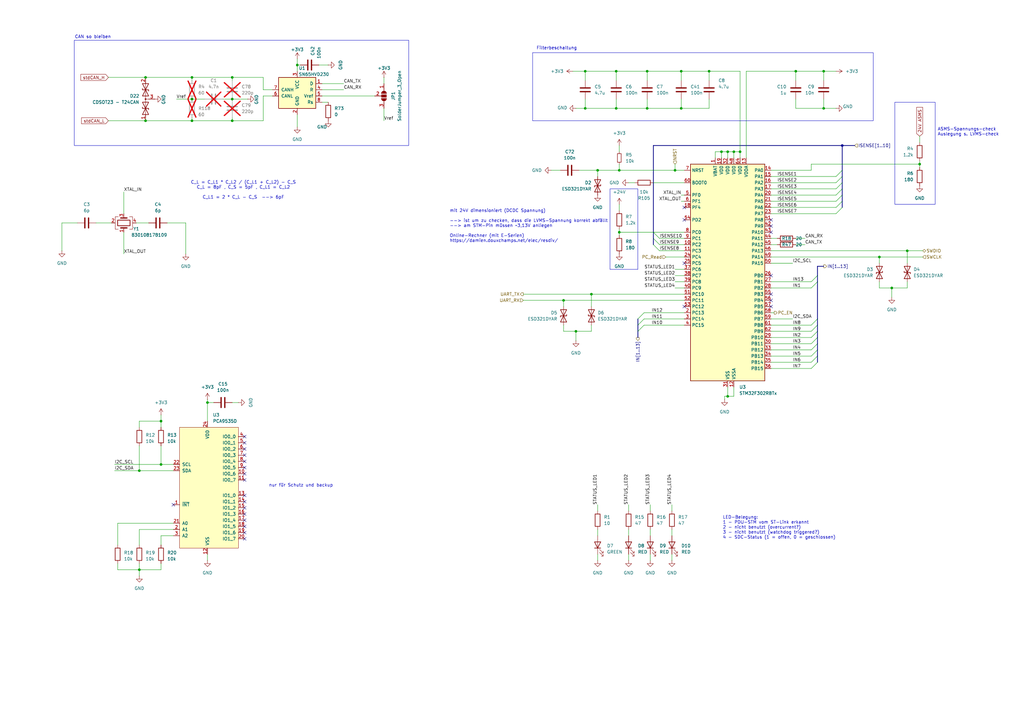
<source format=kicad_sch>
(kicad_sch
	(version 20231120)
	(generator "eeschema")
	(generator_version "8.0")
	(uuid "aa933140-9f4b-4735-968c-43a62bfa3dd4")
	(paper "A3")
	(title_block
		(title "PDU FT25")
		(date "2024-11-23")
		(rev "V1.1")
		(company "Janek Herm")
		(comment 1 "FaSTTUBe Electronics")
	)
	
	(junction
		(at 372.11 102.87)
		(diameter 0)
		(color 0 0 0 0)
		(uuid "011fb3dc-49db-4df5-b559-38f85c6453d7")
	)
	(junction
		(at 240.03 29.21)
		(diameter 0)
		(color 0 0 0 0)
		(uuid "1c1561dd-db1e-4379-88cb-32c62072201a")
	)
	(junction
		(at 59.69 31.75)
		(diameter 0)
		(color 0 0 0 0)
		(uuid "24200dc3-0fe0-44bc-8130-ae619484c55d")
	)
	(junction
		(at 95.25 31.75)
		(diameter 0)
		(color 0 0 0 0)
		(uuid "2909134b-3d57-4d2d-930f-c2f46d76c54e")
	)
	(junction
		(at 377.19 67.31)
		(diameter 0)
		(color 0 0 0 0)
		(uuid "311f828e-ff1f-4cf4-b987-2f4449bd4082")
	)
	(junction
		(at 95.25 49.53)
		(diameter 0)
		(color 0 0 0 0)
		(uuid "32bc5ba3-b62b-42dc-82e3-cb95cb6a2278")
	)
	(junction
		(at 345.44 59.69)
		(diameter 0)
		(color 0 0 0 0)
		(uuid "336ecfe3-4b6c-4c03-ad58-6e9f8ed49a93")
	)
	(junction
		(at 78.74 40.64)
		(diameter 0)
		(color 0 0 0 0)
		(uuid "470305e6-4469-423b-a0b1-e2953ae99fd0")
	)
	(junction
		(at 66.04 190.5)
		(diameter 0)
		(color 0 0 0 0)
		(uuid "48467fea-0433-486a-9774-2145e495967a")
	)
	(junction
		(at 298.45 162.56)
		(diameter 0)
		(color 0 0 0 0)
		(uuid "4a042d06-5575-481b-9363-db3682fcd0d8")
	)
	(junction
		(at 300.99 62.23)
		(diameter 0)
		(color 0 0 0 0)
		(uuid "4a5d67a8-f458-4ca3-8b92-21a112e0f4b4")
	)
	(junction
		(at 85.09 165.1)
		(diameter 0)
		(color 0 0 0 0)
		(uuid "4c74bb33-df4b-46c3-9b1d-12f5cd9e5e5f")
	)
	(junction
		(at 57.15 233.68)
		(diameter 0)
		(color 0 0 0 0)
		(uuid "579d8ae3-f757-42fb-a58f-9c840400fcdd")
	)
	(junction
		(at 337.82 44.45)
		(diameter 0)
		(color 0 0 0 0)
		(uuid "60d16c02-84b1-46a4-a9a4-92263b8dcb49")
	)
	(junction
		(at 231.14 123.19)
		(diameter 0)
		(color 0 0 0 0)
		(uuid "626ea7c1-1f42-4e13-92ec-5605ebdee387")
	)
	(junction
		(at 265.43 29.21)
		(diameter 0)
		(color 0 0 0 0)
		(uuid "67916b88-e6d0-4b5a-9f27-3bf6035e0635")
	)
	(junction
		(at 66.04 172.72)
		(diameter 0)
		(color 0 0 0 0)
		(uuid "68393929-b5b3-4171-bf32-da752b58901a")
	)
	(junction
		(at 240.03 44.45)
		(diameter 0)
		(color 0 0 0 0)
		(uuid "7b12ecee-0c67-4465-8158-f60ce921a82f")
	)
	(junction
		(at 326.39 29.21)
		(diameter 0)
		(color 0 0 0 0)
		(uuid "8065c336-233f-4333-8fb9-b0cf210d8d84")
	)
	(junction
		(at 252.73 29.21)
		(diameter 0)
		(color 0 0 0 0)
		(uuid "81124fb1-9228-4404-b2ec-46da02e0191c")
	)
	(junction
		(at 365.76 118.11)
		(diameter 0)
		(color 0 0 0 0)
		(uuid "82270b0f-876d-4834-8031-39dfa01b2c6f")
	)
	(junction
		(at 57.15 193.04)
		(diameter 0)
		(color 0 0 0 0)
		(uuid "87b3c8f4-734e-40eb-860c-a2d06358816d")
	)
	(junction
		(at 303.53 62.23)
		(diameter 0)
		(color 0 0 0 0)
		(uuid "92181147-f6d9-4a30-9e52-285e8f653835")
	)
	(junction
		(at 78.74 31.75)
		(diameter 0)
		(color 0 0 0 0)
		(uuid "952a4c72-7ac6-4c90-b284-d228a11ad936")
	)
	(junction
		(at 242.57 120.65)
		(diameter 0)
		(color 0 0 0 0)
		(uuid "95a581c5-e4bd-45c4-96a0-197a7042ffb5")
	)
	(junction
		(at 295.91 62.23)
		(diameter 0)
		(color 0 0 0 0)
		(uuid "9d39e635-6ccb-4356-8a35-e6683e33abc6")
	)
	(junction
		(at 265.43 44.45)
		(diameter 0)
		(color 0 0 0 0)
		(uuid "a024b72b-5e3f-46fb-a2e4-a5878e8a88f4")
	)
	(junction
		(at 254 95.25)
		(diameter 0)
		(color 0 0 0 0)
		(uuid "aaccc812-c088-498a-befd-eb96b122b5fd")
	)
	(junction
		(at 276.86 69.85)
		(diameter 0)
		(color 0 0 0 0)
		(uuid "bb8bbc0e-59ca-4c70-96e1-574d2a709031")
	)
	(junction
		(at 236.22 135.89)
		(diameter 0)
		(color 0 0 0 0)
		(uuid "bbf3a917-6a04-4fd5-b852-be679d151fde")
	)
	(junction
		(at 290.83 29.21)
		(diameter 0)
		(color 0 0 0 0)
		(uuid "c3804580-880e-42ec-9ac0-0d99145ce20d")
	)
	(junction
		(at 252.73 44.45)
		(diameter 0)
		(color 0 0 0 0)
		(uuid "cb8dda75-074d-4c4c-adc1-368befa4d039")
	)
	(junction
		(at 245.11 69.85)
		(diameter 0)
		(color 0 0 0 0)
		(uuid "dfeaeceb-2205-4019-aa61-2b137b393fbc")
	)
	(junction
		(at 254 69.85)
		(diameter 0)
		(color 0 0 0 0)
		(uuid "e2b50f20-59e9-4842-97d3-a31cc6b12de2")
	)
	(junction
		(at 121.92 26.67)
		(diameter 0)
		(color 0 0 0 0)
		(uuid "e2d03ef5-6f0d-42ac-b206-09a65441fc7c")
	)
	(junction
		(at 78.74 49.53)
		(diameter 0)
		(color 0 0 0 0)
		(uuid "e3bee0d1-ee56-45a2-b990-12f34ff6079d")
	)
	(junction
		(at 59.69 49.53)
		(diameter 0)
		(color 0 0 0 0)
		(uuid "ecb153c6-64f7-4e6d-ba7e-f8d1a568d9ab")
	)
	(junction
		(at 360.68 105.41)
		(diameter 0)
		(color 0 0 0 0)
		(uuid "efedf725-2801-4356-be55-6b5641a8266e")
	)
	(junction
		(at 95.25 40.64)
		(diameter 0)
		(color 0 0 0 0)
		(uuid "effeb44b-6653-4665-8798-a89e5d31ce18")
	)
	(junction
		(at 337.82 29.21)
		(diameter 0)
		(color 0 0 0 0)
		(uuid "f3432773-749d-40c3-8aa7-240cc93fb599")
	)
	(junction
		(at 298.45 62.23)
		(diameter 0)
		(color 0 0 0 0)
		(uuid "f5034439-030d-403b-8d95-4d009b618e77")
	)
	(junction
		(at 279.4 44.45)
		(diameter 0)
		(color 0 0 0 0)
		(uuid "f79ecdf7-8915-4abb-bd2a-27ce32ad523f")
	)
	(junction
		(at 279.4 29.21)
		(diameter 0)
		(color 0 0 0 0)
		(uuid "fc270b45-755a-4224-a4f1-a9ea4d6490f5")
	)
	(no_connect
		(at 100.33 186.69)
		(uuid "00d0ed88-2bfc-4c34-865b-ea3a2f20116c")
	)
	(no_connect
		(at 100.33 208.28)
		(uuid "02b0f748-e2f7-4b3d-b3db-2ffd71c04543")
	)
	(no_connect
		(at 100.33 189.23)
		(uuid "0743f554-f217-447e-9672-e42c1e61c9b5")
	)
	(no_connect
		(at 316.23 90.17)
		(uuid "075be4a6-f93d-4ab9-bd89-dc240df4e00e")
	)
	(no_connect
		(at 100.33 194.31)
		(uuid "0ba7740a-6dab-44d6-b915-fd5da74cd9d0")
	)
	(no_connect
		(at 316.23 125.73)
		(uuid "0e402498-1ec7-4e50-bcc0-9ff038dc97d5")
	)
	(no_connect
		(at 100.33 196.85)
		(uuid "0f48667d-052a-4f59-93cf-fe7a77815214")
	)
	(no_connect
		(at 316.23 95.25)
		(uuid "3c312b4f-fa58-492d-8a28-9962baf598ef")
	)
	(no_connect
		(at 280.67 125.73)
		(uuid "3d18cbec-9d6d-4b25-acd5-d8fdd5b8b0be")
	)
	(no_connect
		(at 100.33 215.9)
		(uuid "40822289-a03a-4001-87d0-7f7897d9f9db")
	)
	(no_connect
		(at 280.67 90.17)
		(uuid "4865fe96-237f-418e-93a3-2eaf2c765084")
	)
	(no_connect
		(at 316.23 92.71)
		(uuid "510c8434-b139-4ac7-9ea5-f6153de72f0d")
	)
	(no_connect
		(at 100.33 203.2)
		(uuid "5332d9c4-fb0f-46bd-9b73-273ca727ec6c")
	)
	(no_connect
		(at 71.12 207.01)
		(uuid "56bf825b-2d39-4f2d-8492-59b72586464e")
	)
	(no_connect
		(at 100.33 181.61)
		(uuid "779a1c34-460b-4654-9a8b-ce59fbfcaba2")
	)
	(no_connect
		(at 100.33 218.44)
		(uuid "8c5047f8-cb7c-4e9f-acac-db3079f1e980")
	)
	(no_connect
		(at 316.23 113.03)
		(uuid "8dac3224-e958-4a1c-876d-20be0b6c8628")
	)
	(no_connect
		(at 280.67 107.95)
		(uuid "969aafdd-ff23-44c3-be52-b64f08887ca4")
	)
	(no_connect
		(at 280.67 85.09)
		(uuid "99e63ff9-177b-4543-b70d-778349a2a25f")
	)
	(no_connect
		(at 316.23 123.19)
		(uuid "af28ca33-6fae-440e-8467-d8e50d2753e5")
	)
	(no_connect
		(at 100.33 210.82)
		(uuid "b6b1c608-32fd-4df8-8d03-99b86d1c6667")
	)
	(no_connect
		(at 100.33 213.36)
		(uuid "d7427eb2-d12b-490f-8753-e81fe0d7d699")
	)
	(no_connect
		(at 100.33 220.98)
		(uuid "df8d2cd9-9ed4-4296-bb09-cc677a5766fd")
	)
	(no_connect
		(at 316.23 120.65)
		(uuid "e39f14bf-0c61-442d-ba06-1e9c8d8b75ee")
	)
	(no_connect
		(at 100.33 205.74)
		(uuid "e8c6eee0-3d18-4a40-aa9e-b9ca485e246a")
	)
	(no_connect
		(at 100.33 191.77)
		(uuid "e98ff970-5fa4-4e16-8569-413c8bccea6d")
	)
	(no_connect
		(at 100.33 184.15)
		(uuid "f04c8745-5aa1-473b-a439-272803b1dab3")
	)
	(no_connect
		(at 100.33 179.07)
		(uuid "fa828f01-0c07-4fed-bcae-2996bedf0f3f")
	)
	(bus_entry
		(at 342.9 74.93)
		(size 2.54 -2.54)
		(stroke
			(width 0)
			(type default)
		)
		(uuid "0f44c7bf-42fb-4027-bf20-709ad1aa704a")
	)
	(bus_entry
		(at 332.74 143.51)
		(size 2.54 -2.54)
		(stroke
			(width 0)
			(type default)
		)
		(uuid "1a8c4578-18d3-4d5b-9d91-abbaf03e9138")
	)
	(bus_entry
		(at 342.9 82.55)
		(size 2.54 -2.54)
		(stroke
			(width 0)
			(type default)
		)
		(uuid "3746bdc5-d4d0-444e-a59d-ea02833a6a65")
	)
	(bus_entry
		(at 342.9 72.39)
		(size 2.54 -2.54)
		(stroke
			(width 0)
			(type default)
		)
		(uuid "3945f06b-623d-49c3-983b-f40b5edec678")
	)
	(bus_entry
		(at 342.9 87.63)
		(size 2.54 -2.54)
		(stroke
			(width 0)
			(type default)
		)
		(uuid "3ff9cecd-8190-4579-b1d8-07f660d68860")
	)
	(bus_entry
		(at 332.74 118.11)
		(size 2.54 -2.54)
		(stroke
			(width 0)
			(type default)
		)
		(uuid "4957f270-e681-45e8-a176-90f5101326f9")
	)
	(bus_entry
		(at 342.9 77.47)
		(size 2.54 -2.54)
		(stroke
			(width 0)
			(type default)
		)
		(uuid "4c8b6feb-847b-42b4-8753-f006923bda77")
	)
	(bus_entry
		(at 264.16 133.35)
		(size -2.54 2.54)
		(stroke
			(width 0)
			(type default)
		)
		(uuid "52c108e7-42d8-40ea-9646-fd41e1b7635a")
	)
	(bus_entry
		(at 332.74 133.35)
		(size 2.54 -2.54)
		(stroke
			(width 0)
			(type default)
		)
		(uuid "56b096de-f889-42c6-a376-cc718212d028")
	)
	(bus_entry
		(at 332.74 140.97)
		(size 2.54 -2.54)
		(stroke
			(width 0)
			(type default)
		)
		(uuid "579023c9-aee9-4289-bcef-52162fcd86e4")
	)
	(bus_entry
		(at 264.16 128.27)
		(size -2.54 2.54)
		(stroke
			(width 0)
			(type default)
		)
		(uuid "5a9829a9-2752-40b1-90db-78e699e955aa")
	)
	(bus_entry
		(at 270.51 100.33)
		(size -2.54 -2.54)
		(stroke
			(width 0)
			(type default)
		)
		(uuid "64135b90-3a0c-4804-9fde-547c8272c55d")
	)
	(bus_entry
		(at 270.51 97.79)
		(size -2.54 -2.54)
		(stroke
			(width 0)
			(type default)
		)
		(uuid "6719ffa9-6a4f-44fe-8a9a-c324cb13ff44")
	)
	(bus_entry
		(at 264.16 130.81)
		(size -2.54 2.54)
		(stroke
			(width 0)
			(type default)
		)
		(uuid "6d55b9a8-3776-4f25-929e-c56e410e4a49")
	)
	(bus_entry
		(at 332.74 115.57)
		(size 2.54 -2.54)
		(stroke
			(width 0)
			(type default)
		)
		(uuid "7447557f-810c-4ffc-b3cf-e8a8b88576b2")
	)
	(bus_entry
		(at 270.51 102.87)
		(size -2.54 -2.54)
		(stroke
			(width 0)
			(type default)
		)
		(uuid "7ed18590-037b-413d-a1f3-a02291ce0ea9")
	)
	(bus_entry
		(at 332.74 148.59)
		(size 2.54 -2.54)
		(stroke
			(width 0)
			(type default)
		)
		(uuid "808fcb53-b6eb-4126-b4a3-839040796060")
	)
	(bus_entry
		(at 332.74 138.43)
		(size 2.54 -2.54)
		(stroke
			(width 0)
			(type default)
		)
		(uuid "90d7f3a5-58af-4177-955c-92363bd0700d")
	)
	(bus_entry
		(at 332.74 151.13)
		(size 2.54 -2.54)
		(stroke
			(width 0)
			(type default)
		)
		(uuid "96e2509f-440b-4476-a949-5afab6fe1157")
	)
	(bus_entry
		(at 342.9 80.01)
		(size 2.54 -2.54)
		(stroke
			(width 0)
			(type default)
		)
		(uuid "b0a68681-9431-48bb-8eb2-62215f344ead")
	)
	(bus_entry
		(at 342.9 85.09)
		(size 2.54 -2.54)
		(stroke
			(width 0)
			(type default)
		)
		(uuid "ea1a9b47-f76d-4abc-b8f5-fd23807434c3")
	)
	(bus_entry
		(at 332.74 146.05)
		(size 2.54 -2.54)
		(stroke
			(width 0)
			(type default)
		)
		(uuid "f601e2f6-d62a-4439-b759-53677e622b58")
	)
	(bus_entry
		(at 332.74 135.89)
		(size 2.54 -2.54)
		(stroke
			(width 0)
			(type default)
		)
		(uuid "fb76438c-e197-4f72-9ef1-1130912a6e42")
	)
	(wire
		(pts
			(xy 46.99 190.5) (xy 66.04 190.5)
		)
		(stroke
			(width 0)
			(type default)
		)
		(uuid "01c10be1-8d82-4a65-8b94-9ab0f67f3ba9")
	)
	(wire
		(pts
			(xy 377.19 58.42) (xy 377.19 55.88)
		)
		(stroke
			(width 0)
			(type default)
		)
		(uuid "02d18d42-d97e-4718-876a-30117100b9d9")
	)
	(wire
		(pts
			(xy 279.4 44.45) (xy 290.83 44.45)
		)
		(stroke
			(width 0)
			(type default)
		)
		(uuid "04342634-bf56-4170-94fb-99898055f07c")
	)
	(wire
		(pts
			(xy 121.92 26.67) (xy 123.19 26.67)
		)
		(stroke
			(width 0)
			(type default)
		)
		(uuid "04624f39-4f16-4cd8-945f-0c0f280b88d6")
	)
	(wire
		(pts
			(xy 111.76 36.83) (xy 107.95 36.83)
		)
		(stroke
			(width 0)
			(type default)
		)
		(uuid "04ce5f16-006c-484e-9448-6f35bc303ded")
	)
	(wire
		(pts
			(xy 298.45 64.77) (xy 298.45 62.23)
		)
		(stroke
			(width 0)
			(type default)
		)
		(uuid "0635cc89-ab21-411b-b2fb-734cbbdf8e6c")
	)
	(wire
		(pts
			(xy 72.39 40.64) (xy 78.74 40.64)
		)
		(stroke
			(width 0)
			(type default)
		)
		(uuid "067e1c89-22ea-4cd0-ac58-970449aa4157")
	)
	(wire
		(pts
			(xy 360.68 118.11) (xy 365.76 118.11)
		)
		(stroke
			(width 0)
			(type default)
		)
		(uuid "06af84a9-4fe0-46df-a673-fdffb9ae579b")
	)
	(wire
		(pts
			(xy 265.43 44.45) (xy 279.4 44.45)
		)
		(stroke
			(width 0)
			(type default)
		)
		(uuid "06cd50e4-a84d-4173-93ad-9c195c5ec8b1")
	)
	(wire
		(pts
			(xy 132.08 36.83) (xy 140.97 36.83)
		)
		(stroke
			(width 0)
			(type default)
		)
		(uuid "07d36fce-b92d-4ebb-924c-b0c58b3ef7ca")
	)
	(wire
		(pts
			(xy 254 95.25) (xy 267.97 95.25)
		)
		(stroke
			(width 0)
			(type default)
		)
		(uuid "08e5a2d8-f52d-4e51-88ae-1aa4173a3966")
	)
	(wire
		(pts
			(xy 326.39 100.33) (xy 330.2 100.33)
		)
		(stroke
			(width 0)
			(type default)
		)
		(uuid "09722ccd-1166-497f-a94c-e44e9be372b5")
	)
	(wire
		(pts
			(xy 48.26 231.14) (xy 48.26 233.68)
		)
		(stroke
			(width 0)
			(type default)
		)
		(uuid "0ac7b722-c4a9-4b58-b59a-e29b86535223")
	)
	(wire
		(pts
			(xy 293.37 62.23) (xy 295.91 62.23)
		)
		(stroke
			(width 0)
			(type default)
		)
		(uuid "0ad49cbe-2a59-4aad-8360-58993f3de25e")
	)
	(wire
		(pts
			(xy 273.05 105.41) (xy 280.67 105.41)
		)
		(stroke
			(width 0)
			(type default)
		)
		(uuid "0bc28ca4-8f1e-4623-ac18-3bdbbf65d63a")
	)
	(wire
		(pts
			(xy 316.23 130.81) (xy 325.12 130.81)
		)
		(stroke
			(width 0)
			(type default)
		)
		(uuid "0bc604da-ec50-48b0-a3ef-631c7c5d0f8a")
	)
	(wire
		(pts
			(xy 266.7 207.01) (xy 266.7 209.55)
		)
		(stroke
			(width 0)
			(type default)
		)
		(uuid "0bf4fa6e-f353-4c5b-89b0-744fdf8daf9d")
	)
	(wire
		(pts
			(xy 78.74 31.75) (xy 78.74 33.02)
		)
		(stroke
			(width 0)
			(type default)
		)
		(uuid "0ea186d4-0575-4211-a5c2-c47d1a397213")
	)
	(wire
		(pts
			(xy 71.12 193.04) (xy 57.15 193.04)
		)
		(stroke
			(width 0)
			(type default)
		)
		(uuid "10c76f8f-8700-456c-88c1-f1aa9c25eedd")
	)
	(bus
		(pts
			(xy 261.62 130.81) (xy 261.62 133.35)
		)
		(stroke
			(width 0)
			(type default)
		)
		(uuid "11f67c83-3ffd-46d0-aec1-8c99a833f6e3")
	)
	(wire
		(pts
			(xy 240.03 44.45) (xy 252.73 44.45)
		)
		(stroke
			(width 0)
			(type default)
		)
		(uuid "1231f68a-96d2-44b7-8d3c-b74c91867cc1")
	)
	(wire
		(pts
			(xy 78.74 48.26) (xy 78.74 49.53)
		)
		(stroke
			(width 0)
			(type default)
		)
		(uuid "129613d9-101d-4f0c-8d4a-a64ce9206fbe")
	)
	(wire
		(pts
			(xy 252.73 29.21) (xy 265.43 29.21)
		)
		(stroke
			(width 0)
			(type default)
		)
		(uuid "1351a6f2-d547-4c92-a7bd-fc66aa2b7b1c")
	)
	(wire
		(pts
			(xy 59.69 31.75) (xy 78.74 31.75)
		)
		(stroke
			(width 0)
			(type default)
		)
		(uuid "13ff90a7-64c3-4c39-bfde-af322b8ef136")
	)
	(wire
		(pts
			(xy 242.57 133.35) (xy 242.57 135.89)
		)
		(stroke
			(width 0)
			(type default)
		)
		(uuid "1465ca23-40a4-46ec-b0f8-03f7ee145ad2")
	)
	(wire
		(pts
			(xy 85.09 165.1) (xy 87.63 165.1)
		)
		(stroke
			(width 0)
			(type default)
		)
		(uuid "148b4225-d182-4bb6-9de1-701e6dbdada6")
	)
	(wire
		(pts
			(xy 132.08 41.91) (xy 134.62 41.91)
		)
		(stroke
			(width 0)
			(type default)
		)
		(uuid "14f3c7a6-d742-4322-bb88-1c8b862b32bd")
	)
	(wire
		(pts
			(xy 316.23 85.09) (xy 342.9 85.09)
		)
		(stroke
			(width 0)
			(type default)
		)
		(uuid "1563780a-b8ea-48ce-ab08-85a32f8ef187")
	)
	(wire
		(pts
			(xy 50.8 78.74) (xy 50.8 87.63)
		)
		(stroke
			(width 0)
			(type default)
		)
		(uuid "156a91e1-7575-43e4-ad21-502973462c11")
	)
	(wire
		(pts
			(xy 231.14 135.89) (xy 231.14 133.35)
		)
		(stroke
			(width 0)
			(type default)
		)
		(uuid "157e1d50-e501-4dc1-82d3-3f6de57d9811")
	)
	(wire
		(pts
			(xy 242.57 120.65) (xy 280.67 120.65)
		)
		(stroke
			(width 0)
			(type default)
		)
		(uuid "1c82b389-0ccd-411f-b0dd-64169c5ee93b")
	)
	(wire
		(pts
			(xy 245.11 227.33) (xy 245.11 229.87)
		)
		(stroke
			(width 0)
			(type default)
		)
		(uuid "1f718422-99da-4137-9d23-e032c03b928c")
	)
	(wire
		(pts
			(xy 78.74 49.53) (xy 95.25 49.53)
		)
		(stroke
			(width 0)
			(type default)
		)
		(uuid "20098200-20b7-498b-9c5a-1c253e7e5f5b")
	)
	(bus
		(pts
			(xy 345.44 69.85) (xy 345.44 72.39)
		)
		(stroke
			(width 0)
			(type default)
		)
		(uuid "2251dd67-3d1a-45bd-95a7-174c40e8a15b")
	)
	(wire
		(pts
			(xy 66.04 182.88) (xy 66.04 190.5)
		)
		(stroke
			(width 0)
			(type default)
		)
		(uuid "2372e0d3-7fbc-4289-bd6b-9c3a6da3c8d6")
	)
	(wire
		(pts
			(xy 60.96 91.44) (xy 55.88 91.44)
		)
		(stroke
			(width 0)
			(type default)
		)
		(uuid "237a38f9-6614-4bbc-b48b-aa6c4183ece0")
	)
	(wire
		(pts
			(xy 377.19 66.04) (xy 377.19 67.31)
		)
		(stroke
			(width 0)
			(type default)
		)
		(uuid "242ca8e3-8ac4-4d29-8295-d68ee03413d1")
	)
	(wire
		(pts
			(xy 372.11 102.87) (xy 378.46 102.87)
		)
		(stroke
			(width 0)
			(type default)
		)
		(uuid "24abb6d5-4626-4519-b279-895ef4faf25c")
	)
	(wire
		(pts
			(xy 121.92 24.13) (xy 121.92 26.67)
		)
		(stroke
			(width 0)
			(type default)
		)
		(uuid "253308ce-4f34-45f1-a309-15a60f1e19ef")
	)
	(bus
		(pts
			(xy 335.28 130.81) (xy 335.28 133.35)
		)
		(stroke
			(width 0)
			(type default)
		)
		(uuid "25755da5-b2ff-4cff-8bc2-24cd8eade220")
	)
	(bus
		(pts
			(xy 345.44 74.93) (xy 345.44 77.47)
		)
		(stroke
			(width 0)
			(type default)
		)
		(uuid "262d263f-f433-4679-862b-308035de0a2b")
	)
	(wire
		(pts
			(xy 377.19 67.31) (xy 377.19 68.58)
		)
		(stroke
			(width 0)
			(type default)
		)
		(uuid "26bc09cc-8c0a-4375-86fc-e47074c1f63b")
	)
	(wire
		(pts
			(xy 44.45 49.53) (xy 59.69 49.53)
		)
		(stroke
			(width 0)
			(type default)
		)
		(uuid "274e5ee3-d781-4532-b53c-05387a81ff92")
	)
	(wire
		(pts
			(xy 46.99 193.04) (xy 57.15 193.04)
		)
		(stroke
			(width 0)
			(type default)
		)
		(uuid "284044e3-c554-4a4b-906c-ccf5e3689f9f")
	)
	(wire
		(pts
			(xy 316.23 118.11) (xy 332.74 118.11)
		)
		(stroke
			(width 0)
			(type default)
		)
		(uuid "2887116b-bea2-468f-885b-5166edebab89")
	)
	(wire
		(pts
			(xy 95.25 48.26) (xy 95.25 49.53)
		)
		(stroke
			(width 0)
			(type default)
		)
		(uuid "2c36341c-e8ad-4c3f-828b-51d06c455951")
	)
	(wire
		(pts
			(xy 231.14 123.19) (xy 231.14 125.73)
		)
		(stroke
			(width 0)
			(type default)
		)
		(uuid "2c550914-75dd-41a4-85f1-6281fd0a4d4b")
	)
	(wire
		(pts
			(xy 297.18 162.56) (xy 297.18 163.83)
		)
		(stroke
			(width 0)
			(type default)
		)
		(uuid "2e6a84cd-4428-4a5b-8eac-d5d5a9e09196")
	)
	(wire
		(pts
			(xy 265.43 44.45) (xy 252.73 44.45)
		)
		(stroke
			(width 0)
			(type default)
		)
		(uuid "30049d16-312a-40c3-b4e3-d52ec94734e7")
	)
	(bus
		(pts
			(xy 335.28 146.05) (xy 335.28 148.59)
		)
		(stroke
			(width 0)
			(type default)
		)
		(uuid "309f5f35-3328-4fa8-b4c3-460525690a03")
	)
	(wire
		(pts
			(xy 59.69 49.53) (xy 78.74 49.53)
		)
		(stroke
			(width 0)
			(type default)
		)
		(uuid "30aaf3a0-4d2c-4c09-8330-c952bee69405")
	)
	(wire
		(pts
			(xy 316.23 72.39) (xy 342.9 72.39)
		)
		(stroke
			(width 0)
			(type default)
		)
		(uuid "31d32d8b-498b-4e2e-a65c-ff11263582c5")
	)
	(wire
		(pts
			(xy 254 86.36) (xy 254 83.82)
		)
		(stroke
			(width 0)
			(type default)
		)
		(uuid "336dd7a3-3351-448e-a2f7-0a868d778216")
	)
	(wire
		(pts
			(xy 236.22 135.89) (xy 236.22 139.7)
		)
		(stroke
			(width 0)
			(type default)
		)
		(uuid "3391f9c0-1432-4401-8274-c3c771b182a4")
	)
	(bus
		(pts
			(xy 267.97 95.25) (xy 267.97 97.79)
		)
		(stroke
			(width 0)
			(type default)
		)
		(uuid "33f73685-2792-44e9-b5b0-05bbf7fcddaf")
	)
	(wire
		(pts
			(xy 266.7 217.17) (xy 266.7 219.71)
		)
		(stroke
			(width 0)
			(type default)
		)
		(uuid "34478a33-d1b1-4338-b1b6-16785ed628a0")
	)
	(bus
		(pts
			(xy 345.44 59.69) (xy 345.44 69.85)
		)
		(stroke
			(width 0)
			(type default)
		)
		(uuid "35dec71b-26c6-47fc-8b49-5e8e283a85f2")
	)
	(wire
		(pts
			(xy 39.37 91.44) (xy 45.72 91.44)
		)
		(stroke
			(width 0)
			(type default)
		)
		(uuid "36c25c5f-bef6-4b8d-872a-cb5f3de296cf")
	)
	(wire
		(pts
			(xy 48.26 214.63) (xy 48.26 223.52)
		)
		(stroke
			(width 0)
			(type default)
		)
		(uuid "3734fd42-1a58-4133-a33f-53ff0e15d0e6")
	)
	(wire
		(pts
			(xy 270.51 100.33) (xy 280.67 100.33)
		)
		(stroke
			(width 0)
			(type default)
		)
		(uuid "374ea217-4be8-4b55-9567-a3387401ee1c")
	)
	(wire
		(pts
			(xy 342.9 44.45) (xy 337.82 44.45)
		)
		(stroke
			(width 0)
			(type default)
		)
		(uuid "380ed02c-02ec-493d-8e7a-a4d524cb20de")
	)
	(wire
		(pts
			(xy 71.12 219.71) (xy 66.04 219.71)
		)
		(stroke
			(width 0)
			(type default)
		)
		(uuid "384737a6-fb73-4ec1-9185-66230b794f5e")
	)
	(wire
		(pts
			(xy 316.23 138.43) (xy 332.74 138.43)
		)
		(stroke
			(width 0)
			(type default)
		)
		(uuid "3a208043-40df-48e3-96d8-2487d26fc72c")
	)
	(wire
		(pts
			(xy 236.22 44.45) (xy 240.03 44.45)
		)
		(stroke
			(width 0)
			(type default)
		)
		(uuid "3ad73296-22dc-403c-848b-592e5ee820e8")
	)
	(wire
		(pts
			(xy 85.09 163.83) (xy 85.09 165.1)
		)
		(stroke
			(width 0)
			(type default)
		)
		(uuid "3add3ab2-4580-4d88-85fa-0a6e63433b5c")
	)
	(wire
		(pts
			(xy 280.67 118.11) (xy 276.86 118.11)
		)
		(stroke
			(width 0)
			(type default)
		)
		(uuid "3bf0defa-f434-4da3-9852-926b797769df")
	)
	(wire
		(pts
			(xy 306.07 29.21) (xy 326.39 29.21)
		)
		(stroke
			(width 0)
			(type default)
		)
		(uuid "3cf2ceea-35e9-4eb7-a160-b660911651bb")
	)
	(wire
		(pts
			(xy 267.97 95.25) (xy 280.67 95.25)
		)
		(stroke
			(width 0)
			(type default)
		)
		(uuid "3d16aa63-6a30-475f-8032-7202d08f3907")
	)
	(wire
		(pts
			(xy 316.23 133.35) (xy 332.74 133.35)
		)
		(stroke
			(width 0)
			(type default)
		)
		(uuid "3e4b90b5-23af-4990-a30f-addd83c93519")
	)
	(wire
		(pts
			(xy 280.67 130.81) (xy 264.16 130.81)
		)
		(stroke
			(width 0)
			(type default)
		)
		(uuid "3f3265f9-c18a-4c90-9076-96d9d1762ce8")
	)
	(wire
		(pts
			(xy 303.53 62.23) (xy 303.53 29.21)
		)
		(stroke
			(width 0)
			(type default)
		)
		(uuid "3fbf1dcd-d369-4d97-86e5-0d64166f1695")
	)
	(wire
		(pts
			(xy 111.76 39.37) (xy 107.95 39.37)
		)
		(stroke
			(width 0)
			(type default)
		)
		(uuid "433a9bd0-c4d3-45af-9bb9-a8a1648b5d0a")
	)
	(wire
		(pts
			(xy 44.45 31.75) (xy 59.69 31.75)
		)
		(stroke
			(width 0)
			(type default)
		)
		(uuid "4412c598-e00c-403a-a5e8-1df1ebe79e2c")
	)
	(bus
		(pts
			(xy 345.44 77.47) (xy 345.44 80.01)
		)
		(stroke
			(width 0)
			(type default)
		)
		(uuid "446d3b8a-b184-43ef-a483-c9827ee7e5e8")
	)
	(wire
		(pts
			(xy 279.4 29.21) (xy 290.83 29.21)
		)
		(stroke
			(width 0)
			(type default)
		)
		(uuid "44b7664b-4334-4003-b151-630ab004c928")
	)
	(wire
		(pts
			(xy 372.11 118.11) (xy 365.76 118.11)
		)
		(stroke
			(width 0)
			(type default)
		)
		(uuid "4800bad9-6f06-4d3c-bf38-d17eb414de1d")
	)
	(wire
		(pts
			(xy 134.62 26.67) (xy 130.81 26.67)
		)
		(stroke
			(width 0)
			(type default)
		)
		(uuid "488018a1-c63c-4e72-9bd5-1976cce0172a")
	)
	(wire
		(pts
			(xy 316.23 115.57) (xy 332.74 115.57)
		)
		(stroke
			(width 0)
			(type default)
		)
		(uuid "49c8365a-ca95-400b-ad63-9129e1136d9e")
	)
	(wire
		(pts
			(xy 300.99 64.77) (xy 300.99 62.23)
		)
		(stroke
			(width 0)
			(type default)
		)
		(uuid "4a81f28c-0a6a-4076-8b7b-e8bba29c0ade")
	)
	(wire
		(pts
			(xy 360.68 105.41) (xy 378.46 105.41)
		)
		(stroke
			(width 0)
			(type default)
		)
		(uuid "4b0fb995-16e8-4924-9090-aa604e816928")
	)
	(wire
		(pts
			(xy 265.43 40.64) (xy 265.43 44.45)
		)
		(stroke
			(width 0)
			(type default)
		)
		(uuid "4b690891-d34d-4a2c-b54b-a2bcf5e0cc9f")
	)
	(bus
		(pts
			(xy 267.97 59.69) (xy 267.97 95.25)
		)
		(stroke
			(width 0)
			(type default)
		)
		(uuid "4ba8ccba-e453-4230-9b0a-2d1e0788caac")
	)
	(wire
		(pts
			(xy 78.74 40.64) (xy 83.82 40.64)
		)
		(stroke
			(width 0)
			(type default)
		)
		(uuid "4bd024fb-1685-452e-a6bf-c127e24ffee7")
	)
	(wire
		(pts
			(xy 280.67 113.03) (xy 276.86 113.03)
		)
		(stroke
			(width 0)
			(type default)
		)
		(uuid "4d686276-809a-44e4-b3e6-33295a39cb5e")
	)
	(wire
		(pts
			(xy 316.23 105.41) (xy 360.68 105.41)
		)
		(stroke
			(width 0)
			(type default)
		)
		(uuid "5041efb4-b0cd-4bdc-8e62-0fcb005a0b74")
	)
	(wire
		(pts
			(xy 316.23 74.93) (xy 342.9 74.93)
		)
		(stroke
			(width 0)
			(type default)
		)
		(uuid "51c6b7a0-c71a-4d20-abba-9f1e5de5eaa8")
	)
	(wire
		(pts
			(xy 214.63 120.65) (xy 242.57 120.65)
		)
		(stroke
			(width 0)
			(type default)
		)
		(uuid "5207cf23-6b89-48ca-94f2-bc37a24192fc")
	)
	(wire
		(pts
			(xy 267.97 74.93) (xy 280.67 74.93)
		)
		(stroke
			(width 0)
			(type default)
		)
		(uuid "5457882c-466e-435a-a493-eb45347e573f")
	)
	(wire
		(pts
			(xy 254 93.98) (xy 254 95.25)
		)
		(stroke
			(width 0)
			(type default)
		)
		(uuid "5594d980-1253-4a7d-8f92-fa49c6434d84")
	)
	(wire
		(pts
			(xy 275.59 227.33) (xy 275.59 229.87)
		)
		(stroke
			(width 0)
			(type default)
		)
		(uuid "573af0e6-6fab-4c99-875e-6675a452eab1")
	)
	(wire
		(pts
			(xy 290.83 33.02) (xy 290.83 29.21)
		)
		(stroke
			(width 0)
			(type default)
		)
		(uuid "5762d99e-3126-4890-9607-31256a488ae7")
	)
	(wire
		(pts
			(xy 316.23 143.51) (xy 332.74 143.51)
		)
		(stroke
			(width 0)
			(type default)
		)
		(uuid "57c4bab5-a989-445b-aaad-9f7fb046ca6b")
	)
	(wire
		(pts
			(xy 240.03 29.21) (xy 252.73 29.21)
		)
		(stroke
			(width 0)
			(type default)
		)
		(uuid "592440ee-12c4-4be4-984c-ce759230f308")
	)
	(wire
		(pts
			(xy 254 69.85) (xy 276.86 69.85)
		)
		(stroke
			(width 0)
			(type default)
		)
		(uuid "5bff72cf-84d5-4a35-a479-cee7167288e0")
	)
	(wire
		(pts
			(xy 66.04 170.18) (xy 66.04 172.72)
		)
		(stroke
			(width 0)
			(type default)
		)
		(uuid "5dfb4410-e1b2-4180-8f28-eccf0e90cef4")
	)
	(wire
		(pts
			(xy 298.45 162.56) (xy 297.18 162.56)
		)
		(stroke
			(width 0)
			(type default)
		)
		(uuid "5fa66723-a87b-4fd8-a7ed-6a6ee875c26b")
	)
	(bus
		(pts
			(xy 335.28 138.43) (xy 335.28 140.97)
		)
		(stroke
			(width 0)
			(type default)
		)
		(uuid "61312873-5fe1-42fd-9fb3-f775d083cf32")
	)
	(wire
		(pts
			(xy 85.09 165.1) (xy 85.09 172.72)
		)
		(stroke
			(width 0)
			(type default)
		)
		(uuid "62c870cc-863d-4e32-ba88-ef193766af3a")
	)
	(bus
		(pts
			(xy 345.44 80.01) (xy 345.44 82.55)
		)
		(stroke
			(width 0)
			(type default)
		)
		(uuid "63056bca-8aa2-4c61-9c04-4ba2d5dd7eae")
	)
	(wire
		(pts
			(xy 57.15 217.17) (xy 57.15 223.52)
		)
		(stroke
			(width 0)
			(type default)
		)
		(uuid "63cfe862-1b60-4147-a48c-872b3c237368")
	)
	(wire
		(pts
			(xy 318.77 97.79) (xy 316.23 97.79)
		)
		(stroke
			(width 0)
			(type default)
		)
		(uuid "640e7ef2-ac50-4a3d-b491-720fc4ede5e4")
	)
	(wire
		(pts
			(xy 265.43 29.21) (xy 279.4 29.21)
		)
		(stroke
			(width 0)
			(type default)
		)
		(uuid "66b9af82-6c1b-407a-b830-0a7aa102153f")
	)
	(wire
		(pts
			(xy 245.11 69.85) (xy 254 69.85)
		)
		(stroke
			(width 0)
			(type default)
		)
		(uuid "66fbc815-56c4-4aa8-8b02-e2734d7501f7")
	)
	(wire
		(pts
			(xy 76.2 104.14) (xy 76.2 91.44)
		)
		(stroke
			(width 0)
			(type default)
		)
		(uuid "6760abfc-8efe-43dd-b4af-004d7b033428")
	)
	(wire
		(pts
			(xy 316.23 135.89) (xy 332.74 135.89)
		)
		(stroke
			(width 0)
			(type default)
		)
		(uuid "6b3f2e83-c285-4a0e-812a-970aa35eb8f3")
	)
	(wire
		(pts
			(xy 66.04 172.72) (xy 66.04 175.26)
		)
		(stroke
			(width 0)
			(type default)
		)
		(uuid "6b960ee9-e619-4056-ab5e-ecaea727a4da")
	)
	(wire
		(pts
			(xy 280.67 115.57) (xy 276.86 115.57)
		)
		(stroke
			(width 0)
			(type default)
		)
		(uuid "6c1e18e5-29de-4d47-831a-a5fba3321085")
	)
	(wire
		(pts
			(xy 276.86 67.31) (xy 276.86 69.85)
		)
		(stroke
			(width 0)
			(type default)
		)
		(uuid "70625563-a097-4b0a-a81d-15bb826a1032")
	)
	(wire
		(pts
			(xy 231.14 123.19) (xy 280.67 123.19)
		)
		(stroke
			(width 0)
			(type default)
		)
		(uuid "71fbcbc7-bf8a-4a19-9647-4c101a51522e")
	)
	(wire
		(pts
			(xy 71.12 214.63) (xy 48.26 214.63)
		)
		(stroke
			(width 0)
			(type default)
		)
		(uuid "72cc7940-d8f6-4fdf-82f5-f94fe74b72b2")
	)
	(wire
		(pts
			(xy 242.57 120.65) (xy 242.57 125.73)
		)
		(stroke
			(width 0)
			(type default)
		)
		(uuid "73b98dab-d36d-4942-84f4-1c29626f61b6")
	)
	(wire
		(pts
			(xy 95.25 165.1) (xy 97.79 165.1)
		)
		(stroke
			(width 0)
			(type default)
		)
		(uuid "77c9717d-4354-42c8-8282-fc996f8e008d")
	)
	(wire
		(pts
			(xy 316.23 151.13) (xy 332.74 151.13)
		)
		(stroke
			(width 0)
			(type default)
		)
		(uuid "78a1b69a-85ae-4515-a0a1-e32eb2d8856e")
	)
	(wire
		(pts
			(xy 257.81 217.17) (xy 257.81 219.71)
		)
		(stroke
			(width 0)
			(type default)
		)
		(uuid "791a09bf-b5e3-4a76-ab8d-ab77a05166b1")
	)
	(wire
		(pts
			(xy 275.59 217.17) (xy 275.59 219.71)
		)
		(stroke
			(width 0)
			(type default)
		)
		(uuid "7bccdd04-4201-4262-afdb-1f717b63954d")
	)
	(wire
		(pts
			(xy 365.76 118.11) (xy 365.76 121.92)
		)
		(stroke
			(width 0)
			(type default)
		)
		(uuid "7ce15126-e46f-450a-88cf-bf021729bbd4")
	)
	(wire
		(pts
			(xy 300.99 162.56) (xy 298.45 162.56)
		)
		(stroke
			(width 0)
			(type default)
		)
		(uuid "7d3688bd-ee5d-46b9-bb87-c57b2f2ef841")
	)
	(wire
		(pts
			(xy 372.11 102.87) (xy 372.11 107.95)
		)
		(stroke
			(width 0)
			(type default)
		)
		(uuid "7d8e42e8-1bd0-4296-9880-9fba3a45d953")
	)
	(wire
		(pts
			(xy 157.48 44.45) (xy 157.48 49.53)
		)
		(stroke
			(width 0)
			(type default)
		)
		(uuid "7e2d27f6-8dc6-4db9-a014-b25d12f38c27")
	)
	(wire
		(pts
			(xy 318.77 100.33) (xy 316.23 100.33)
		)
		(stroke
			(width 0)
			(type default)
		)
		(uuid "7e9898dd-c6fc-4604-8d67-25d9df0d3ea7")
	)
	(wire
		(pts
			(xy 316.23 146.05) (xy 332.74 146.05)
		)
		(stroke
			(width 0)
			(type default)
		)
		(uuid "7ef32392-76db-40d3-a157-49cf1b4ba958")
	)
	(wire
		(pts
			(xy 252.73 44.45) (xy 252.73 40.64)
		)
		(stroke
			(width 0)
			(type default)
		)
		(uuid "7f21f788-b78d-4607-b25e-c29c60fd01ee")
	)
	(wire
		(pts
			(xy 332.74 67.31) (xy 377.19 67.31)
		)
		(stroke
			(width 0)
			(type default)
		)
		(uuid "81caabdd-9375-4e6a-b542-c27f630f4e32")
	)
	(wire
		(pts
			(xy 245.11 217.17) (xy 245.11 219.71)
		)
		(stroke
			(width 0)
			(type default)
		)
		(uuid "83d840ed-51d0-4a2b-8c4b-8841ec896b9f")
	)
	(wire
		(pts
			(xy 280.67 110.49) (xy 276.86 110.49)
		)
		(stroke
			(width 0)
			(type default)
		)
		(uuid "84ae6afc-bf8f-4321-8fe0-1256ddb2d700")
	)
	(wire
		(pts
			(xy 279.4 80.01) (xy 280.67 80.01)
		)
		(stroke
			(width 0)
			(type default)
		)
		(uuid "84f07f24-75f3-4cc7-b54e-ff3a21911909")
	)
	(wire
		(pts
			(xy 298.45 158.75) (xy 298.45 162.56)
		)
		(stroke
			(width 0)
			(type default)
		)
		(uuid "8505f2cd-1e7f-4f98-99a1-831800ae8140")
	)
	(wire
		(pts
			(xy 316.23 69.85) (xy 332.74 69.85)
		)
		(stroke
			(width 0)
			(type default)
		)
		(uuid "85819cca-689f-47d8-b803-634eac7c9223")
	)
	(wire
		(pts
			(xy 132.08 39.37) (xy 153.67 39.37)
		)
		(stroke
			(width 0)
			(type default)
		)
		(uuid "85e8d5ff-9194-472a-81fe-81f1d2fb2bc7")
	)
	(wire
		(pts
			(xy 279.4 29.21) (xy 279.4 33.02)
		)
		(stroke
			(width 0)
			(type default)
		)
		(uuid "86594fa4-96ef-4b6b-9fb4-99fd99a23170")
	)
	(wire
		(pts
			(xy 226.06 69.85) (xy 229.87 69.85)
		)
		(stroke
			(width 0)
			(type default)
		)
		(uuid "872cc783-8f89-4a31-8d69-30669783acd4")
	)
	(wire
		(pts
			(xy 298.45 62.23) (xy 300.99 62.23)
		)
		(stroke
			(width 0)
			(type default)
		)
		(uuid "87ddc8b3-f1a2-4d1c-91e8-606172ec47d6")
	)
	(wire
		(pts
			(xy 280.67 133.35) (xy 264.16 133.35)
		)
		(stroke
			(width 0)
			(type default)
		)
		(uuid "8ce71bf8-38df-41cb-ae3c-5807499f1b40")
	)
	(wire
		(pts
			(xy 280.67 69.85) (xy 276.86 69.85)
		)
		(stroke
			(width 0)
			(type default)
		)
		(uuid "8e0c6015-c75f-4b40-8b31-6060fd9d7bdd")
	)
	(wire
		(pts
			(xy 257.81 207.01) (xy 257.81 209.55)
		)
		(stroke
			(width 0)
			(type default)
		)
		(uuid "91ab24a6-f08a-4e60-9cc2-e845e9436609")
	)
	(bus
		(pts
			(xy 335.28 133.35) (xy 335.28 135.89)
		)
		(stroke
			(width 0)
			(type default)
		)
		(uuid "93bb8650-5aae-410b-ba61-fa515d094bda")
	)
	(bus
		(pts
			(xy 267.97 59.69) (xy 345.44 59.69)
		)
		(stroke
			(width 0)
			(type default)
		)
		(uuid "96952c6d-506e-454c-b2d9-0948ab51e964")
	)
	(wire
		(pts
			(xy 260.35 74.93) (xy 257.81 74.93)
		)
		(stroke
			(width 0)
			(type default)
		)
		(uuid "96ba8d5b-8e4b-4926-a927-662bccc2db00")
	)
	(wire
		(pts
			(xy 240.03 33.02) (xy 240.03 29.21)
		)
		(stroke
			(width 0)
			(type default)
		)
		(uuid "96ed4aeb-ca18-43ce-b3d5-e2beccf8b493")
	)
	(wire
		(pts
			(xy 326.39 29.21) (xy 326.39 33.02)
		)
		(stroke
			(width 0)
			(type default)
		)
		(uuid "978b63ba-a51c-4bcc-8f6e-ce7e09ee5e8e")
	)
	(wire
		(pts
			(xy 245.11 69.85) (xy 245.11 72.39)
		)
		(stroke
			(width 0)
			(type default)
		)
		(uuid "97a0f518-37d8-4c54-b987-a70e8fcf889b")
	)
	(wire
		(pts
			(xy 295.91 64.77) (xy 295.91 62.23)
		)
		(stroke
			(width 0)
			(type default)
		)
		(uuid "99e28d3a-df39-45d6-a487-b1ca5e388bc1")
	)
	(wire
		(pts
			(xy 231.14 135.89) (xy 236.22 135.89)
		)
		(stroke
			(width 0)
			(type default)
		)
		(uuid "9b516c1e-2bbe-4e34-91fb-0d1eefd4b6ef")
	)
	(wire
		(pts
			(xy 326.39 40.64) (xy 326.39 44.45)
		)
		(stroke
			(width 0)
			(type default)
		)
		(uuid "9ba3c000-1f86-40f5-930e-17a4b93a145a")
	)
	(wire
		(pts
			(xy 66.04 190.5) (xy 71.12 190.5)
		)
		(stroke
			(width 0)
			(type default)
		)
		(uuid "9cb2807a-88c9-4ec9-8e0e-d5313b72d2e3")
	)
	(wire
		(pts
			(xy 300.99 158.75) (xy 300.99 162.56)
		)
		(stroke
			(width 0)
			(type default)
		)
		(uuid "9cc84406-31f7-4d0e-ad67-1f7cf798a249")
	)
	(bus
		(pts
			(xy 345.44 59.69) (xy 350.52 59.69)
		)
		(stroke
			(width 0)
			(type default)
		)
		(uuid "9ccbfe06-845b-49e2-82e7-bbf946473222")
	)
	(wire
		(pts
			(xy 257.81 227.33) (xy 257.81 229.87)
		)
		(stroke
			(width 0)
			(type default)
		)
		(uuid "a4014b3b-9195-48e8-99e6-73147189ebcf")
	)
	(wire
		(pts
			(xy 50.8 95.25) (xy 50.8 104.14)
		)
		(stroke
			(width 0)
			(type default)
		)
		(uuid "a413a018-0767-4293-88dd-d3211b741500")
	)
	(wire
		(pts
			(xy 326.39 44.45) (xy 337.82 44.45)
		)
		(stroke
			(width 0)
			(type default)
		)
		(uuid "a43cec6a-d0ed-46b8-aba0-fb17da6a7b27")
	)
	(wire
		(pts
			(xy 316.23 77.47) (xy 342.9 77.47)
		)
		(stroke
			(width 0)
			(type default)
		)
		(uuid "a45559c4-5009-4967-bb41-f08a50315a24")
	)
	(bus
		(pts
			(xy 261.62 138.43) (xy 261.62 135.89)
		)
		(stroke
			(width 0)
			(type default)
		)
		(uuid "a59ccade-3e06-449f-8830-6835a95f7677")
	)
	(wire
		(pts
			(xy 316.23 140.97) (xy 332.74 140.97)
		)
		(stroke
			(width 0)
			(type default)
		)
		(uuid "a5ae0e91-8246-4a61-a617-896b3c268b2a")
	)
	(wire
		(pts
			(xy 337.82 40.64) (xy 337.82 44.45)
		)
		(stroke
			(width 0)
			(type default)
		)
		(uuid "a6b89ee7-afe8-418b-bf84-d68aeb398b0e")
	)
	(wire
		(pts
			(xy 306.07 29.21) (xy 306.07 64.77)
		)
		(stroke
			(width 0)
			(type default)
		)
		(uuid "a810b8d0-b173-40f9-a48d-d719fd48f49e")
	)
	(wire
		(pts
			(xy 332.74 69.85) (xy 332.74 67.31)
		)
		(stroke
			(width 0)
			(type default)
		)
		(uuid "a8113f14-7367-4784-b9e1-4b8b516eaa12")
	)
	(wire
		(pts
			(xy 265.43 29.21) (xy 265.43 33.02)
		)
		(stroke
			(width 0)
			(type default)
		)
		(uuid "a819c80f-747f-4919-8dfd-4e1fbe3e4983")
	)
	(wire
		(pts
			(xy 252.73 29.21) (xy 252.73 33.02)
		)
		(stroke
			(width 0)
			(type default)
		)
		(uuid "a8f2f973-3249-43a2-b027-2642782bdbb8")
	)
	(bus
		(pts
			(xy 337.82 109.22) (xy 335.28 109.22)
		)
		(stroke
			(width 0)
			(type default)
		)
		(uuid "aa0d9b0f-c318-42d8-9f8a-7062abad51ff")
	)
	(wire
		(pts
			(xy 57.15 172.72) (xy 66.04 172.72)
		)
		(stroke
			(width 0)
			(type default)
		)
		(uuid "aad5fecc-5cd7-4782-8f81-d185565815a7")
	)
	(wire
		(pts
			(xy 372.11 115.57) (xy 372.11 118.11)
		)
		(stroke
			(width 0)
			(type default)
		)
		(uuid "ab11de8b-d27d-4f17-8804-3d4f4ce95f50")
	)
	(wire
		(pts
			(xy 254 67.31) (xy 254 69.85)
		)
		(stroke
			(width 0)
			(type default)
		)
		(uuid "ac99119a-7289-4b7d-bf4e-fa24584fd5e5")
	)
	(bus
		(pts
			(xy 267.97 97.79) (xy 267.97 100.33)
		)
		(stroke
			(width 0)
			(type default)
		)
		(uuid "ad1f7770-d867-4af5-aee1-86e6022744f6")
	)
	(wire
		(pts
			(xy 107.95 36.83) (xy 107.95 31.75)
		)
		(stroke
			(width 0)
			(type default)
		)
		(uuid "ad5145d6-835e-40ef-8320-271a0d601a4e")
	)
	(wire
		(pts
			(xy 245.11 207.01) (xy 245.11 209.55)
		)
		(stroke
			(width 0)
			(type default)
		)
		(uuid "ae829c98-bff4-4d8a-81b0-64763e4c104a")
	)
	(wire
		(pts
			(xy 270.51 102.87) (xy 280.67 102.87)
		)
		(stroke
			(width 0)
			(type default)
		)
		(uuid "aec3c96b-d324-4c83-b01c-f4470e85d085")
	)
	(wire
		(pts
			(xy 316.23 102.87) (xy 372.11 102.87)
		)
		(stroke
			(width 0)
			(type default)
		)
		(uuid "afb8c704-4be3-4065-870b-a1b3eed5d064")
	)
	(bus
		(pts
			(xy 261.62 133.35) (xy 261.62 135.89)
		)
		(stroke
			(width 0)
			(type default)
		)
		(uuid "b06b1619-1c34-4cfd-8d33-f5e5d2709422")
	)
	(bus
		(pts
			(xy 335.28 115.57) (xy 335.28 130.81)
		)
		(stroke
			(width 0)
			(type default)
		)
		(uuid "b25f1883-7899-40e6-bea0-dda4b69bc806")
	)
	(wire
		(pts
			(xy 266.7 227.33) (xy 266.7 229.87)
		)
		(stroke
			(width 0)
			(type default)
		)
		(uuid "b2be58c1-4836-480e-aa3b-ac80cc322cb8")
	)
	(wire
		(pts
			(xy 234.95 29.21) (xy 240.03 29.21)
		)
		(stroke
			(width 0)
			(type default)
		)
		(uuid "b2c18a8b-1856-404b-9568-1fbaa6d1aa7d")
	)
	(wire
		(pts
			(xy 57.15 233.68) (xy 57.15 231.14)
		)
		(stroke
			(width 0)
			(type default)
		)
		(uuid "b3da7675-4484-4f13-a3ee-53acab49744f")
	)
	(wire
		(pts
			(xy 300.99 62.23) (xy 303.53 62.23)
		)
		(stroke
			(width 0)
			(type default)
		)
		(uuid "b4d4436b-1e97-4b71-9d4a-efec7c2d29a0")
	)
	(wire
		(pts
			(xy 121.92 26.67) (xy 121.92 29.21)
		)
		(stroke
			(width 0)
			(type default)
		)
		(uuid "b59d0d87-af1c-44b8-8c95-246a18525198")
	)
	(wire
		(pts
			(xy 280.67 128.27) (xy 264.16 128.27)
		)
		(stroke
			(width 0)
			(type default)
		)
		(uuid "b694e302-39ae-4cec-8d85-dc68dfaa474a")
	)
	(wire
		(pts
			(xy 279.4 40.64) (xy 279.4 44.45)
		)
		(stroke
			(width 0)
			(type default)
		)
		(uuid "b8594858-a696-4f19-a9c8-df08777bfdd3")
	)
	(wire
		(pts
			(xy 66.04 219.71) (xy 66.04 223.52)
		)
		(stroke
			(width 0)
			(type default)
		)
		(uuid "b8b4fd59-fd0f-41c4-96db-949e51aff79c")
	)
	(wire
		(pts
			(xy 48.26 233.68) (xy 57.15 233.68)
		)
		(stroke
			(width 0)
			(type default)
		)
		(uuid "b8b5f82a-15fe-4a68-8c0b-ccb905afec0f")
	)
	(wire
		(pts
			(xy 85.09 227.33) (xy 85.09 229.87)
		)
		(stroke
			(width 0)
			(type default)
		)
		(uuid "bb5fa7cc-73b8-4f09-a367-25145705dc2f")
	)
	(wire
		(pts
			(xy 242.57 135.89) (xy 236.22 135.89)
		)
		(stroke
			(width 0)
			(type default)
		)
		(uuid "bd134b4f-2171-4eb5-86fc-5330b9a11363")
	)
	(wire
		(pts
			(xy 95.25 49.53) (xy 107.95 49.53)
		)
		(stroke
			(width 0)
			(type default)
		)
		(uuid "c2a42c62-e28b-43a6-8bb2-0a1f119a0e38")
	)
	(bus
		(pts
			(xy 345.44 72.39) (xy 345.44 74.93)
		)
		(stroke
			(width 0)
			(type default)
		)
		(uuid "c2c8d552-f034-4449-a3de-dedf3aad8f00")
	)
	(bus
		(pts
			(xy 335.28 135.89) (xy 335.28 138.43)
		)
		(stroke
			(width 0)
			(type default)
		)
		(uuid "c3730845-2d4f-471a-bb2e-3a0063f81c2c")
	)
	(wire
		(pts
			(xy 121.92 46.99) (xy 121.92 52.07)
		)
		(stroke
			(width 0)
			(type default)
		)
		(uuid "c3ec0945-321b-4b30-9522-0c21319a5f80")
	)
	(wire
		(pts
			(xy 66.04 231.14) (xy 66.04 233.68)
		)
		(stroke
			(width 0)
			(type default)
		)
		(uuid "c43435ab-7e75-4282-962a-7e1dda74f78c")
	)
	(wire
		(pts
			(xy 107.95 39.37) (xy 107.95 49.53)
		)
		(stroke
			(width 0)
			(type default)
		)
		(uuid "c52a96ec-fb68-468e-b3cf-c886bc8728ae")
	)
	(bus
		(pts
			(xy 335.28 140.97) (xy 335.28 143.51)
		)
		(stroke
			(width 0)
			(type default)
		)
		(uuid "c54ff8af-a779-43fb-af24-bb46950bcc09")
	)
	(wire
		(pts
			(xy 132.08 34.29) (xy 140.97 34.29)
		)
		(stroke
			(width 0)
			(type default)
		)
		(uuid "c7a522df-9734-4702-b512-256d9a6e5778")
	)
	(wire
		(pts
			(xy 316.23 128.27) (xy 317.5 128.27)
		)
		(stroke
			(width 0)
			(type default)
		)
		(uuid "c9abefe4-3d70-46c7-a812-f3c50f80e825")
	)
	(wire
		(pts
			(xy 95.25 40.64) (xy 101.6 40.64)
		)
		(stroke
			(width 0)
			(type default)
		)
		(uuid "ca4d6cf7-17c8-4b62-ac2f-e6ef1ddb6abb")
	)
	(bus
		(pts
			(xy 345.44 82.55) (xy 345.44 85.09)
		)
		(stroke
			(width 0)
			(type default)
		)
		(uuid "ca8cfe9e-87ec-4a19-8f30-49bfa4505870")
	)
	(wire
		(pts
			(xy 71.12 217.17) (xy 57.15 217.17)
		)
		(stroke
			(width 0)
			(type default)
		)
		(uuid "cbb3826f-14f0-440f-8d44-2dc0d7c59b55")
	)
	(wire
		(pts
			(xy 316.23 148.59) (xy 332.74 148.59)
		)
		(stroke
			(width 0)
			(type default)
		)
		(uuid "ccec9f19-5dc7-4e41-9e22-3ba7de88e290")
	)
	(wire
		(pts
			(xy 91.44 40.64) (xy 95.25 40.64)
		)
		(stroke
			(width 0)
			(type default)
		)
		(uuid "d04a6fcf-4cdd-4d4d-b903-0c17ec3c718e")
	)
	(wire
		(pts
			(xy 25.4 91.44) (xy 31.75 91.44)
		)
		(stroke
			(width 0)
			(type default)
		)
		(uuid "d2c50efd-053f-4e2b-ab6b-ceb56e1390a6")
	)
	(wire
		(pts
			(xy 290.83 29.21) (xy 303.53 29.21)
		)
		(stroke
			(width 0)
			(type default)
		)
		(uuid "d30aab13-07f2-4457-b84a-c61ebd85324c")
	)
	(wire
		(pts
			(xy 237.49 69.85) (xy 245.11 69.85)
		)
		(stroke
			(width 0)
			(type default)
		)
		(uuid "d31fee49-a38b-402f-8bf8-bb45ee41492e")
	)
	(wire
		(pts
			(xy 290.83 40.64) (xy 290.83 44.45)
		)
		(stroke
			(width 0)
			(type default)
		)
		(uuid "d336c2f7-fd3c-4fa0-a3b6-30f66270e0dd")
	)
	(wire
		(pts
			(xy 66.04 233.68) (xy 57.15 233.68)
		)
		(stroke
			(width 0)
			(type default)
		)
		(uuid "d5e53c50-c513-4bb7-bca0-7a9984274b95")
	)
	(wire
		(pts
			(xy 157.48 34.29) (xy 157.48 31.75)
		)
		(stroke
			(width 0)
			(type default)
		)
		(uuid "d62ecc64-c152-4b0a-85bf-14bc416033b4")
	)
	(wire
		(pts
			(xy 275.59 207.01) (xy 275.59 209.55)
		)
		(stroke
			(width 0)
			(type default)
		)
		(uuid "d7c8bd47-7b73-4ea8-b196-0d40bce9a89c")
	)
	(wire
		(pts
			(xy 337.82 33.02) (xy 337.82 29.21)
		)
		(stroke
			(width 0)
			(type default)
		)
		(uuid "d952bab0-653b-435c-8a2f-6393719cdfa6")
	)
	(wire
		(pts
			(xy 25.4 91.44) (xy 25.4 102.87)
		)
		(stroke
			(width 0)
			(type default)
		)
		(uuid "dbad8be3-21c0-4e36-a154-4beb3e5395a5")
	)
	(wire
		(pts
			(xy 231.14 123.19) (xy 214.63 123.19)
		)
		(stroke
			(width 0)
			(type default)
		)
		(uuid "dbf144ae-e904-4368-a3cc-0269e933c61b")
	)
	(wire
		(pts
			(xy 316.23 80.01) (xy 342.9 80.01)
		)
		(stroke
			(width 0)
			(type default)
		)
		(uuid "dc7a3531-0422-497a-80c3-3ef7771970df")
	)
	(wire
		(pts
			(xy 326.39 97.79) (xy 330.2 97.79)
		)
		(stroke
			(width 0)
			(type default)
		)
		(uuid "ddac0376-e581-4f59-af0c-376284134561")
	)
	(wire
		(pts
			(xy 360.68 105.41) (xy 360.68 107.95)
		)
		(stroke
			(width 0)
			(type default)
		)
		(uuid "dde185dc-c1a6-4cff-a53f-51ea18e0f496")
	)
	(bus
		(pts
			(xy 335.28 113.03) (xy 335.28 115.57)
		)
		(stroke
			(width 0)
			(type default)
		)
		(uuid "de0a1780-03dc-4282-988e-24005d38b024")
	)
	(bus
		(pts
			(xy 335.28 109.22) (xy 335.28 113.03)
		)
		(stroke
			(width 0)
			(type default)
		)
		(uuid "df2cf0f7-cf69-4ceb-b9ba-dbfab7152832")
	)
	(wire
		(pts
			(xy 254 59.69) (xy 254 62.23)
		)
		(stroke
			(width 0)
			(type default)
		)
		(uuid "df962fbf-3186-49c7-b920-670e6de3619f")
	)
	(wire
		(pts
			(xy 270.51 97.79) (xy 280.67 97.79)
		)
		(stroke
			(width 0)
			(type default)
		)
		(uuid "e056fb87-e356-4c5f-a2aa-ef1101f35093")
	)
	(wire
		(pts
			(xy 57.15 233.68) (xy 57.15 236.22)
		)
		(stroke
			(width 0)
			(type default)
		)
		(uuid "e1422cf0-f303-4d2f-8b92-c2a7ffbc7b6e")
	)
	(wire
		(pts
			(xy 295.91 62.23) (xy 298.45 62.23)
		)
		(stroke
			(width 0)
			(type default)
		)
		(uuid "e1b392db-7931-4964-964f-68fe177d16d9")
	)
	(wire
		(pts
			(xy 360.68 118.11) (xy 360.68 115.57)
		)
		(stroke
			(width 0)
			(type default)
		)
		(uuid "e2e7c861-bb5f-4fb3-ad06-59502f28bab1")
	)
	(wire
		(pts
			(xy 326.39 29.21) (xy 337.82 29.21)
		)
		(stroke
			(width 0)
			(type default)
		)
		(uuid "e4c7bb4c-75bf-4ed2-b33c-57936b821a91")
	)
	(wire
		(pts
			(xy 279.4 82.55) (xy 280.67 82.55)
		)
		(stroke
			(width 0)
			(type default)
		)
		(uuid "e70d3f73-dbb7-4d50-9c00-19309e1069bb")
	)
	(wire
		(pts
			(xy 342.9 29.21) (xy 337.82 29.21)
		)
		(stroke
			(width 0)
			(type default)
		)
		(uuid "ecfb946e-dee6-4e45-95fc-b5190899afab")
	)
	(wire
		(pts
			(xy 95.25 31.75) (xy 107.95 31.75)
		)
		(stroke
			(width 0)
			(type default)
		)
		(uuid "ed5581ec-24f0-4aee-86dc-8fa4679b5eb7")
	)
	(wire
		(pts
			(xy 78.74 31.75) (xy 95.25 31.75)
		)
		(stroke
			(width 0)
			(type default)
		)
		(uuid "ee9f27bc-a10a-47ba-a52b-a4e9281cde59")
	)
	(wire
		(pts
			(xy 254 96.52) (xy 254 95.25)
		)
		(stroke
			(width 0)
			(type default)
		)
		(uuid "efc60472-7e4b-42b7-b473-446bd5932cdd")
	)
	(wire
		(pts
			(xy 76.2 91.44) (xy 68.58 91.44)
		)
		(stroke
			(width 0)
			(type default)
		)
		(uuid "f195cfaf-288e-48b7-ae46-9f4bc63212db")
	)
	(wire
		(pts
			(xy 316.23 107.95) (xy 325.12 107.95)
		)
		(stroke
			(width 0)
			(type default)
		)
		(uuid "f62b2363-3b11-4d77-bc34-62dabbddd9de")
	)
	(wire
		(pts
			(xy 240.03 40.64) (xy 240.03 44.45)
		)
		(stroke
			(width 0)
			(type default)
		)
		(uuid "f8f11e7f-ddc0-4fe9-8460-b4625b615e14")
	)
	(bus
		(pts
			(xy 335.28 143.51) (xy 335.28 146.05)
		)
		(stroke
			(width 0)
			(type default)
		)
		(uuid "f9f6d47c-d436-48c3-84a7-f135566b17a6")
	)
	(wire
		(pts
			(xy 303.53 64.77) (xy 303.53 62.23)
		)
		(stroke
			(width 0)
			(type default)
		)
		(uuid "fa0fe15b-625c-4fcd-a37c-74e397977bdc")
	)
	(wire
		(pts
			(xy 293.37 64.77) (xy 293.37 62.23)
		)
		(stroke
			(width 0)
			(type default)
		)
		(uuid "fa6e5475-e914-4c66-8c18-c28d6966df60")
	)
	(wire
		(pts
			(xy 316.23 87.63) (xy 342.9 87.63)
		)
		(stroke
			(width 0)
			(type default)
		)
		(uuid "fb070b1a-fc87-466b-ab80-902a347329a6")
	)
	(wire
		(pts
			(xy 57.15 175.26) (xy 57.15 172.72)
		)
		(stroke
			(width 0)
			(type default)
		)
		(uuid "fb84b65b-2e9a-4ea5-9624-82316ac04003")
	)
	(wire
		(pts
			(xy 316.23 82.55) (xy 342.9 82.55)
		)
		(stroke
			(width 0)
			(type default)
		)
		(uuid "fd063ee6-d100-4124-856f-49d3dbfb70cc")
	)
	(wire
		(pts
			(xy 95.25 33.02) (xy 95.25 31.75)
		)
		(stroke
			(width 0)
			(type default)
		)
		(uuid "fdc82e97-42d6-4f95-a572-875294e7cd83")
	)
	(wire
		(pts
			(xy 57.15 193.04) (xy 57.15 182.88)
		)
		(stroke
			(width 0)
			(type default)
		)
		(uuid "ff404701-210e-48c7-9bc5-b63124960a0c")
	)
	(rectangle
		(start 30.48 16.51)
		(end 167.64 59.69)
		(stroke
			(width 0)
			(type default)
		)
		(fill
			(type none)
		)
		(uuid 30858d57-1cd2-4652-9a2a-71ae176ca307)
	)
	(rectangle
		(start 218.44 21.59)
		(end 358.14 49.53)
		(stroke
			(width 0)
			(type default)
		)
		(fill
			(type none)
		)
		(uuid 3681c90d-221f-46a9-accf-7ed7e4e2ed01)
	)
	(rectangle
		(start 367.03 41.91)
		(end 383.54 83.82)
		(stroke
			(width 0)
			(type default)
		)
		(fill
			(type none)
		)
		(uuid 5c2a6861-2558-43a8-9a0a-b3b4c549021a)
	)
	(rectangle
		(start 250.19 77.47)
		(end 261.62 110.49)
		(stroke
			(width 0)
			(type default)
		)
		(fill
			(type none)
		)
		(uuid 848af244-80b1-4e0e-8425-e5409fe46a43)
	)
	(text "C_L = C_L1 * C_L2 / (C_L1 + C_L2) - C_S\nC_L = 8pF , C_S = 5pF , C_L1 = C_L2\n\nC_L1 = 2 * C_L - C_S  --> 6pF"
		(exclude_from_sim no)
		(at 99.822 77.978 0)
		(effects
			(font
				(size 1.27 1.27)
			)
		)
		(uuid "1a8b17d6-89bd-48cd-9901-ea195dcd40b5")
	)
	(text "mit 24V dimensioniert (DCDC Spannung)\n\n--> ist um zu checken, dass die LVMS-Spannung korrekt abfällt\n--> am STM-Pin müssen ~3,13V anliegen\n\nOnline-Rechner (mit E-Serien)\nhttps://damien.douxchamps.net/elec/resdiv/"
		(exclude_from_sim no)
		(at 184.404 99.568 0)
		(effects
			(font
				(size 1.27 1.27)
			)
			(justify left bottom)
		)
		(uuid "367d726a-97e8-460e-bab0-87c8df58516c")
	)
	(text "LED-Belegung:\n1 - PDU-STM vom ST-Link erkannt\n2 - nicht benutzt (overcurrent?)\n3 - nicht benutzt (watchdog triggered?)\n4 - SDC-Status (1 = offen, 0 = geschlossen)"
		(exclude_from_sim no)
		(at 296.418 216.408 0)
		(effects
			(font
				(size 1.27 1.27)
			)
			(justify left)
		)
		(uuid "835b9fc7-013a-4810-82d1-557c1aa0c6b6")
	)
	(text "Filterbeschaltung"
		(exclude_from_sim no)
		(at 228.346 19.812 0)
		(effects
			(font
				(size 1.27 1.27)
				(thickness 0.1588)
			)
		)
		(uuid "9714d113-96a5-4f77-b0d7-d684f5bcbafd")
	)
	(text "ASMS-Spannungs-check\nAuslegung s. LVMS-check"
		(exclude_from_sim no)
		(at 384.556 54.102 0)
		(effects
			(font
				(size 1.27 1.27)
				(thickness 0.1588)
			)
			(justify left)
		)
		(uuid "a1440ace-dd70-473f-8221-426421028564")
	)
	(text "nur für Schutz und backup"
		(exclude_from_sim no)
		(at 123.444 199.136 0)
		(effects
			(font
				(size 1.27 1.27)
			)
		)
		(uuid "c7c3dc53-cf8b-4159-93cf-677f20a6a91d")
	)
	(text "CAN so bleiben"
		(exclude_from_sim no)
		(at 38.1 15.24 0)
		(effects
			(font
				(size 1.27 1.27)
				(thickness 0.1588)
			)
		)
		(uuid "e9ee57ec-626f-42b3-8e6c-88928a6b9132")
	)
	(label "CAN_TX"
		(at 140.97 34.29 0)
		(fields_autoplaced yes)
		(effects
			(font
				(size 1.27 1.27)
			)
			(justify left bottom)
		)
		(uuid "0a4a85f7-6096-499c-b1c6-063823d9a123")
	)
	(label "ISENSE5"
		(at 318.77 82.55 0)
		(fields_autoplaced yes)
		(effects
			(font
				(size 1.27 1.27)
			)
			(justify left bottom)
		)
		(uuid "126ee22f-26ac-4cf3-bc03-97a317c5ce2c")
	)
	(label "ISENSE8"
		(at 270.51 102.87 0)
		(fields_autoplaced yes)
		(effects
			(font
				(size 1.27 1.27)
			)
			(justify left bottom)
		)
		(uuid "154df472-4d90-4f50-91f6-186fbc403218")
	)
	(label "IN10"
		(at 271.78 133.35 180)
		(fields_autoplaced yes)
		(effects
			(font
				(size 1.27 1.27)
			)
			(justify right bottom)
		)
		(uuid "2204e0a5-d9f1-431f-8775-629f5ad07f3b")
	)
	(label "STATUS_LED3"
		(at 266.7 207.01 90)
		(fields_autoplaced yes)
		(effects
			(font
				(size 1.27 1.27)
			)
			(justify left bottom)
		)
		(uuid "244b4271-67a7-4e0e-ae91-733b39936bcb")
	)
	(label "STATUS_LED2"
		(at 276.86 113.03 180)
		(fields_autoplaced yes)
		(effects
			(font
				(size 1.27 1.27)
			)
			(justify right bottom)
		)
		(uuid "24d54b28-0d06-4767-bc36-8dd8ba886bd2")
	)
	(label "ISENSE10"
		(at 270.51 97.79 0)
		(fields_autoplaced yes)
		(effects
			(font
				(size 1.27 1.27)
			)
			(justify left bottom)
		)
		(uuid "25f3d28f-e70b-49fb-b7af-006e32eb53a5")
	)
	(label "XTAL_IN"
		(at 279.4 80.01 180)
		(fields_autoplaced yes)
		(effects
			(font
				(size 1.27 1.27)
			)
			(justify right bottom)
		)
		(uuid "2700054e-68fa-495b-928c-9b79d0815b04")
	)
	(label "IN2"
		(at 325.12 138.43 0)
		(fields_autoplaced yes)
		(effects
			(font
				(size 1.27 1.27)
			)
			(justify left bottom)
		)
		(uuid "2fb05241-a1a2-48a8-b2a4-745e81b2402a")
	)
	(label "IN11"
		(at 271.78 130.81 180)
		(fields_autoplaced yes)
		(effects
			(font
				(size 1.27 1.27)
			)
			(justify right bottom)
		)
		(uuid "327e752d-5f59-49c4-a796-51bbd3da4a47")
	)
	(label "I2C_SDA"
		(at 46.99 193.04 0)
		(fields_autoplaced yes)
		(effects
			(font
				(size 1.27 1.27)
			)
			(justify left bottom)
		)
		(uuid "3a6ac6bc-7f14-41e9-b9de-600f650e0cd7")
	)
	(label "ISENSE9"
		(at 270.51 100.33 0)
		(fields_autoplaced yes)
		(effects
			(font
				(size 1.27 1.27)
			)
			(justify left bottom)
		)
		(uuid "4d425618-f1de-4447-85c6-4ad4ab1f287a")
	)
	(label "STATUS_LED4"
		(at 276.86 118.11 180)
		(fields_autoplaced yes)
		(effects
			(font
				(size 1.27 1.27)
			)
			(justify right bottom)
		)
		(uuid "53c0b140-216c-4cf2-a35c-3badaae31131")
	)
	(label "Vref"
		(at 157.48 49.53 0)
		(fields_autoplaced yes)
		(effects
			(font
				(size 1.27 1.27)
			)
			(justify left bottom)
		)
		(uuid "56641f54-fc43-4f46-af49-d6332e5c5487")
	)
	(label "IN3"
		(at 325.12 140.97 0)
		(fields_autoplaced yes)
		(effects
			(font
				(size 1.27 1.27)
			)
			(justify left bottom)
		)
		(uuid "57502eaf-54ac-4222-ace2-d313fa19c647")
	)
	(label "ISENSE7"
		(at 318.77 87.63 0)
		(fields_autoplaced yes)
		(effects
			(font
				(size 1.27 1.27)
			)
			(justify left bottom)
		)
		(uuid "5a98635b-fc9b-45c2-a770-8adbc8cd34a0")
	)
	(label "ISENSE3"
		(at 318.77 77.47 0)
		(fields_autoplaced yes)
		(effects
			(font
				(size 1.27 1.27)
			)
			(justify left bottom)
		)
		(uuid "5b6a7f15-9a2e-40a6-a98e-bbc1988b7c3a")
	)
	(label "IN1"
		(at 325.12 118.11 0)
		(fields_autoplaced yes)
		(effects
			(font
				(size 1.27 1.27)
			)
			(justify left bottom)
		)
		(uuid "66b91826-b772-452d-9134-7cc4374cea65")
	)
	(label "IN9"
		(at 325.12 135.89 0)
		(fields_autoplaced yes)
		(effects
			(font
				(size 1.27 1.27)
			)
			(justify left bottom)
		)
		(uuid "7bd42c32-4264-4950-804e-3de44e78aa5e")
	)
	(label "STATUS_LED1"
		(at 276.86 110.49 180)
		(fields_autoplaced yes)
		(effects
			(font
				(size 1.27 1.27)
			)
			(justify right bottom)
		)
		(uuid "7d4cdf5f-8674-465c-88bd-bfe4750353bb")
	)
	(label "STATUS_LED1"
		(at 245.11 207.01 90)
		(fields_autoplaced yes)
		(effects
			(font
				(size 1.27 1.27)
			)
			(justify left bottom)
		)
		(uuid "7d50187c-868b-41ac-9f84-ecff3800d770")
	)
	(label "STATUS_LED2"
		(at 257.81 207.01 90)
		(fields_autoplaced yes)
		(effects
			(font
				(size 1.27 1.27)
			)
			(justify left bottom)
		)
		(uuid "8177dc02-17dd-4cfa-86a2-02741849c02a")
	)
	(label "I2C_SCL"
		(at 46.99 190.5 0)
		(fields_autoplaced yes)
		(effects
			(font
				(size 1.27 1.27)
			)
			(justify left bottom)
		)
		(uuid "8a97f245-5063-489f-a3d6-53b18768c9e2")
	)
	(label "ISENSE6"
		(at 318.77 85.09 0)
		(fields_autoplaced yes)
		(effects
			(font
				(size 1.27 1.27)
			)
			(justify left bottom)
		)
		(uuid "8b38eb6d-ab82-4b13-8ea9-954b491513e2")
	)
	(label "CAN_RX"
		(at 140.97 36.83 0)
		(fields_autoplaced yes)
		(effects
			(font
				(size 1.27 1.27)
			)
			(justify left bottom)
		)
		(uuid "8eea8c8f-5f4c-45a3-a86e-62932248b2df")
	)
	(label "IN12"
		(at 271.78 128.27 180)
		(fields_autoplaced yes)
		(effects
			(font
				(size 1.27 1.27)
			)
			(justify right bottom)
		)
		(uuid "9cf21b30-0341-4565-ae2d-320b47e6d4db")
	)
	(label "ISENSE4"
		(at 318.77 80.01 0)
		(fields_autoplaced yes)
		(effects
			(font
				(size 1.27 1.27)
			)
			(justify left bottom)
		)
		(uuid "aa620f5b-bd01-4f69-b0b2-fb9cd317774b")
	)
	(label "XTAL_OUT"
		(at 279.4 82.55 180)
		(fields_autoplaced yes)
		(effects
			(font
				(size 1.27 1.27)
			)
			(justify right bottom)
		)
		(uuid "b03a82ef-b78e-4833-a8cb-fda08e3e2a0a")
	)
	(label "I2C_SDA"
		(at 325.12 130.81 0)
		(fields_autoplaced yes)
		(effects
			(font
				(size 1.27 1.27)
			)
			(justify left bottom)
		)
		(uuid "b36982ef-946a-4528-b214-4242331d3036")
	)
	(label "CAN_RX"
		(at 330.2 97.79 0)
		(fields_autoplaced yes)
		(effects
			(font
				(size 1.27 1.27)
			)
			(justify left bottom)
		)
		(uuid "bea5f28c-aa3a-4146-ac54-d8fb9aa1ba87")
	)
	(label "IN6"
		(at 325.12 148.59 0)
		(fields_autoplaced yes)
		(effects
			(font
				(size 1.27 1.27)
			)
			(justify left bottom)
		)
		(uuid "c233c081-18e3-47c7-afc0-0f3e9e2bddf1")
	)
	(label "XTAL_OUT"
		(at 50.8 104.14 0)
		(fields_autoplaced yes)
		(effects
			(font
				(size 1.27 1.27)
			)
			(justify left bottom)
		)
		(uuid "c36da402-000c-4da0-ad16-4df4eabd3a21")
	)
	(label "ISENSE2"
		(at 318.77 74.93 0)
		(fields_autoplaced yes)
		(effects
			(font
				(size 1.27 1.27)
			)
			(justify left bottom)
		)
		(uuid "c582e21b-9359-4889-b849-0740ff1cdb57")
	)
	(label "IN5"
		(at 325.12 146.05 0)
		(fields_autoplaced yes)
		(effects
			(font
				(size 1.27 1.27)
			)
			(justify left bottom)
		)
		(uuid "ca39cfff-e643-40bf-992e-2b7841bebdd5")
	)
	(label "ISENSE1"
		(at 318.77 72.39 0)
		(fields_autoplaced yes)
		(effects
			(font
				(size 1.27 1.27)
			)
			(justify left bottom)
		)
		(uuid "cc0247db-6082-4eec-886d-9388dddb1e47")
	)
	(label "XTAL_IN"
		(at 50.8 78.74 0)
		(fields_autoplaced yes)
		(effects
			(font
				(size 1.27 1.27)
			)
			(justify left bottom)
		)
		(uuid "cf6c05e5-4df6-4551-9719-dba090f99631")
	)
	(label "STATUS_LED4"
		(at 275.59 207.01 90)
		(fields_autoplaced yes)
		(effects
			(font
				(size 1.27 1.27)
			)
			(justify left bottom)
		)
		(uuid "d29af51d-2918-4fbe-83ad-f7301aeba3ca")
	)
	(label "STATUS_LED3"
		(at 276.86 115.57 180)
		(fields_autoplaced yes)
		(effects
			(font
				(size 1.27 1.27)
			)
			(justify right bottom)
		)
		(uuid "d8465161-f6d3-4413-94a8-1954b60c33b8")
	)
	(label "IN13"
		(at 325.12 115.57 0)
		(fields_autoplaced yes)
		(effects
			(font
				(size 1.27 1.27)
			)
			(justify left bottom)
		)
		(uuid "e53440a1-8fdb-4a80-95ec-92766113295c")
	)
	(label "IN8"
		(at 325.12 133.35 0)
		(fields_autoplaced yes)
		(effects
			(font
				(size 1.27 1.27)
			)
			(justify left bottom)
		)
		(uuid "ed44d4cc-4f14-47f5-b6a1-70d237ea456e")
	)
	(label "I2C_SCL"
		(at 325.12 107.95 0)
		(fields_autoplaced yes)
		(effects
			(font
				(size 1.27 1.27)
			)
			(justify left bottom)
		)
		(uuid "ed70ad05-671d-4cbe-842e-13cbab763e25")
	)
	(label "CAN_TX"
		(at 330.2 100.33 0)
		(fields_autoplaced yes)
		(effects
			(font
				(size 1.27 1.27)
			)
			(justify left bottom)
		)
		(uuid "f75abcf8-6655-4140-a9be-2df62eb97195")
	)
	(label "IN7"
		(at 325.12 151.13 0)
		(fields_autoplaced yes)
		(effects
			(font
				(size 1.27 1.27)
			)
			(justify left bottom)
		)
		(uuid "f88ced47-8894-439f-8325-98ab46f33536")
	)
	(label "IN4"
		(at 325.12 143.51 0)
		(fields_autoplaced yes)
		(effects
			(font
				(size 1.27 1.27)
			)
			(justify left bottom)
		)
		(uuid "fdb66257-22c7-4321-8407-1e3da5777445")
	)
	(label "Vref"
		(at 72.39 40.64 0)
		(fields_autoplaced yes)
		(effects
			(font
				(size 1.27 1.27)
			)
			(justify left bottom)
		)
		(uuid "fdfd967e-cf91-4b39-aaf1-bddb4af6e56f")
	)
	(global_label "24V ASMS"
		(shape input)
		(at 377.19 55.88 90)
		(fields_autoplaced yes)
		(effects
			(font
				(size 1.27 1.27)
			)
			(justify left)
		)
		(uuid "4fd422d5-6360-4e75-abeb-e49d9479d0df")
		(property "Intersheetrefs" "${INTERSHEET_REFS}"
			(at 377.19 43.4606 90)
			(effects
				(font
					(size 1.27 1.27)
				)
				(justify left)
				(hide yes)
			)
		)
	)
	(global_label "stdCAN_L"
		(shape input)
		(at 44.45 49.53 180)
		(fields_autoplaced yes)
		(effects
			(font
				(size 1.27 1.27)
			)
			(justify right)
		)
		(uuid "940ca071-b6ef-4367-96fe-723f969f3603")
		(property "Intersheetrefs" "${INTERSHEET_REFS}"
			(at 32.8772 49.53 0)
			(effects
				(font
					(size 1.27 1.27)
				)
				(justify right)
				(hide yes)
			)
		)
	)
	(global_label "stdCAN_H"
		(shape input)
		(at 44.45 31.75 180)
		(fields_autoplaced yes)
		(effects
			(font
				(size 1.27 1.27)
			)
			(justify right)
		)
		(uuid "c9e44886-f949-4d17-8a8b-dc44eb732d79")
		(property "Intersheetrefs" "${INTERSHEET_REFS}"
			(at 32.5748 31.75 0)
			(effects
				(font
					(size 1.27 1.27)
				)
				(justify right)
				(hide yes)
			)
		)
	)
	(hierarchical_label "PC_Read"
		(shape input)
		(at 273.05 105.41 180)
		(fields_autoplaced yes)
		(effects
			(font
				(size 1.27 1.27)
			)
			(justify right)
		)
		(uuid "2caad2f6-19d2-4384-95dd-5261fb493090")
	)
	(hierarchical_label "IN[1..13]"
		(shape output)
		(at 261.62 138.43 270)
		(fields_autoplaced yes)
		(effects
			(font
				(size 1.27 1.27)
			)
			(justify right)
		)
		(uuid "52a90e71-7b37-436d-a5d2-72df2779deb7")
	)
	(hierarchical_label "NRST"
		(shape input)
		(at 276.86 67.31 90)
		(fields_autoplaced yes)
		(effects
			(font
				(size 1.27 1.27)
			)
			(justify left)
		)
		(uuid "6372f318-dcbb-46e3-89b9-5db553313a43")
	)
	(hierarchical_label "UART_TX"
		(shape output)
		(at 214.63 120.65 180)
		(fields_autoplaced yes)
		(effects
			(font
				(size 1.27 1.27)
			)
			(justify right)
		)
		(uuid "751cf304-81dc-4db4-9423-59d21c148f53")
	)
	(hierarchical_label "IN[1..13]"
		(shape output)
		(at 337.82 109.22 0)
		(fields_autoplaced yes)
		(effects
			(font
				(size 1.27 1.27)
			)
			(justify left)
		)
		(uuid "8b7e5fbf-b318-4147-b68c-5d94db1c8aa1")
	)
	(hierarchical_label "PC_EN"
		(shape output)
		(at 317.5 128.27 0)
		(fields_autoplaced yes)
		(effects
			(font
				(size 1.27 1.27)
			)
			(justify left)
		)
		(uuid "c0532968-8811-4957-9852-07aad1b61cc9")
	)
	(hierarchical_label "UART_RX"
		(shape input)
		(at 214.63 123.19 180)
		(fields_autoplaced yes)
		(effects
			(font
				(size 1.27 1.27)
			)
			(justify right)
		)
		(uuid "c556b811-2430-4d8a-8596-f9d62d89ec8b")
	)
	(hierarchical_label "SWCLK"
		(shape input)
		(at 378.46 105.41 0)
		(fields_autoplaced yes)
		(effects
			(font
				(size 1.27 1.27)
			)
			(justify left)
		)
		(uuid "ce36e259-6845-41af-9c61-96d57bb6a4bc")
	)
	(hierarchical_label "SWDIO"
		(shape bidirectional)
		(at 378.46 102.87 0)
		(fields_autoplaced yes)
		(effects
			(font
				(size 1.27 1.27)
			)
			(justify left)
		)
		(uuid "e0ffd830-708c-4159-8a5c-7570c84243dd")
	)
	(hierarchical_label "ISENSE[1..10]"
		(shape input)
		(at 350.52 59.69 0)
		(fields_autoplaced yes)
		(effects
			(font
				(size 1.27 1.27)
			)
			(justify left)
		)
		(uuid "e54f52c8-7453-410d-b5a7-4bd1ab3166b5")
	)
	(symbol
		(lib_id "Device:C")
		(at 95.25 36.83 0)
		(unit 1)
		(exclude_from_sim no)
		(in_bom yes)
		(on_board yes)
		(dnp yes)
		(fields_autoplaced yes)
		(uuid "01a5f1a1-3ecf-47f6-b275-d4a9fb1eada4")
		(property "Reference" "C78"
			(at 99.06 35.56 0)
			(effects
				(font
					(size 1.27 1.27)
				)
				(justify left)
			)
		)
		(property "Value" "220p"
			(at 99.06 38.1 0)
			(effects
				(font
					(size 1.27 1.27)
				)
				(justify left)
			)
		)
		(property "Footprint" "Capacitor_SMD:C_0603_1608Metric"
			(at 96.2152 40.64 0)
			(effects
				(font
					(size 1.27 1.27)
				)
				(hide yes)
			)
		)
		(property "Datasheet" "~"
			(at 95.25 36.83 0)
			(effects
				(font
					(size 1.27 1.27)
				)
				(hide yes)
			)
		)
		(property "Description" ""
			(at 95.25 36.83 0)
			(effects
				(font
					(size 1.27 1.27)
				)
				(hide yes)
			)
		)
		(pin "1"
			(uuid "07a1ad74-ba51-4c50-a5cb-3506c958ae6e")
		)
		(pin "2"
			(uuid "dcfe675f-5496-4321-be48-a214e10fd4ad")
		)
		(instances
			(project "PDU FT24"
				(path "/cba93115-b7ba-40c8-a438-b74eea4adf4d/10dbcd3d-c2df-41dc-832d-4c9bd84254e3"
					(reference "C78")
					(unit 1)
				)
			)
			(project "FT25_PDU_rear"
				(path "/f416f47c-80c6-4b91-950a-6a5805668465/45a2780d-c966-4bde-be6e-96cda1cd3a4a"
					(reference "C2")
					(unit 1)
				)
			)
			(project "PDU_v2"
				(path "/fbc58130-b049-4762-872e-e695cf541692/5afcaea1-69bd-43ec-8a59-395bd28847f4"
					(reference "C?")
					(unit 1)
				)
			)
		)
	)
	(symbol
		(lib_id "Device:R")
		(at 57.15 179.07 0)
		(unit 1)
		(exclude_from_sim no)
		(in_bom yes)
		(on_board yes)
		(dnp no)
		(fields_autoplaced yes)
		(uuid "02a24f3b-3989-44f6-8941-ba249107a296")
		(property "Reference" "R12"
			(at 59.69 178.435 0)
			(effects
				(font
					(size 1.27 1.27)
				)
				(justify left)
			)
		)
		(property "Value" "10k"
			(at 59.69 180.975 0)
			(effects
				(font
					(size 1.27 1.27)
				)
				(justify left)
			)
		)
		(property "Footprint" "Resistor_SMD:R_0603_1608Metric"
			(at 55.372 179.07 90)
			(effects
				(font
					(size 1.27 1.27)
				)
				(hide yes)
			)
		)
		(property "Datasheet" "~"
			(at 57.15 179.07 0)
			(effects
				(font
					(size 1.27 1.27)
				)
				(hide yes)
			)
		)
		(property "Description" ""
			(at 57.15 179.07 0)
			(effects
				(font
					(size 1.27 1.27)
				)
				(hide yes)
			)
		)
		(pin "1"
			(uuid "5b43adaf-87a9-4bb4-8125-7273da1f3138")
		)
		(pin "2"
			(uuid "fbe9e7fe-daaf-40ef-a648-07350039284a")
		)
		(instances
			(project "FT25_PDU"
				(path "/f416f47c-80c6-4b91-950a-6a5805668465/45a2780d-c966-4bde-be6e-96cda1cd3a4a"
					(reference "R12")
					(unit 1)
				)
			)
		)
	)
	(symbol
		(lib_name "GND_10")
		(lib_id "power:GND")
		(at 134.62 49.53 0)
		(unit 1)
		(exclude_from_sim no)
		(in_bom yes)
		(on_board yes)
		(dnp no)
		(uuid "05769da5-328b-4fb3-b0b6-01df6d975ca4")
		(property "Reference" "#PWR0112"
			(at 134.62 55.88 0)
			(effects
				(font
					(size 1.27 1.27)
				)
				(hide yes)
			)
		)
		(property "Value" "GND"
			(at 132.08 52.07 0)
			(effects
				(font
					(size 1.27 1.27)
				)
			)
		)
		(property "Footprint" ""
			(at 134.62 49.53 0)
			(effects
				(font
					(size 1.27 1.27)
				)
				(hide yes)
			)
		)
		(property "Datasheet" ""
			(at 134.62 49.53 0)
			(effects
				(font
					(size 1.27 1.27)
				)
				(hide yes)
			)
		)
		(property "Description" "Power symbol creates a global label with name \"GND\" , ground"
			(at 134.62 49.53 0)
			(effects
				(font
					(size 1.27 1.27)
				)
				(hide yes)
			)
		)
		(pin "1"
			(uuid "f5e8948a-51ab-41b4-8c2d-429575ad31dd")
		)
		(instances
			(project "PDU FT24"
				(path "/cba93115-b7ba-40c8-a438-b74eea4adf4d/10dbcd3d-c2df-41dc-832d-4c9bd84254e3"
					(reference "#PWR0112")
					(unit 1)
				)
			)
			(project "FT25_PDU_rear"
				(path "/f416f47c-80c6-4b91-950a-6a5805668465/45a2780d-c966-4bde-be6e-96cda1cd3a4a"
					(reference "#PWR010")
					(unit 1)
				)
			)
		)
	)
	(symbol
		(lib_id "Device:Crystal_GND24")
		(at 50.8 91.44 90)
		(unit 1)
		(exclude_from_sim no)
		(in_bom yes)
		(on_board yes)
		(dnp no)
		(uuid "0831a8ff-bcce-4e68-8e2c-781e765ff0c8")
		(property "Reference" "Y1"
			(at 55.88 93.8528 90)
			(effects
				(font
					(size 1.27 1.27)
				)
			)
		)
		(property "Value" "830108178109"
			(at 61.214 96.3928 90)
			(effects
				(font
					(size 1.27 1.27)
				)
			)
		)
		(property "Footprint" "FaSTTUBe_Crystals:LFXTAL081781RL3K"
			(at 50.8 91.44 0)
			(effects
				(font
					(size 1.27 1.27)
				)
				(hide yes)
			)
		)
		(property "Datasheet" "https://www.we-online.com/components/products/datasheet/830108178109.pdf"
			(at 50.8 91.44 0)
			(effects
				(font
					(size 1.27 1.27)
				)
				(hide yes)
			)
		)
		(property "Description" "Crystals 16MHz 8pF 20ppm +-10"
			(at 50.8 91.44 0)
			(effects
				(font
					(size 1.27 1.27)
				)
				(hide yes)
			)
		)
		(pin "4"
			(uuid "7fb3cdab-27b0-496c-beaa-b9563aa72372")
		)
		(pin "2"
			(uuid "eaeeebc0-f577-4eea-9543-f50f82f89271")
		)
		(pin "3"
			(uuid "7386998d-a3c7-4e97-9f60-a80f060bf006")
		)
		(pin "1"
			(uuid "9d40fde7-8922-46c5-b09d-46a7c4e6a8f9")
		)
		(instances
			(project ""
				(path "/f416f47c-80c6-4b91-950a-6a5805668465/45a2780d-c966-4bde-be6e-96cda1cd3a4a"
					(reference "Y1")
					(unit 1)
				)
			)
		)
	)
	(symbol
		(lib_id "Device:LED")
		(at 266.7 223.52 90)
		(unit 1)
		(exclude_from_sim no)
		(in_bom yes)
		(on_board yes)
		(dnp no)
		(fields_autoplaced yes)
		(uuid "0a059d69-c394-4a2d-aad2-008a957aad39")
		(property "Reference" "D9"
			(at 270.51 223.8374 90)
			(effects
				(font
					(size 1.27 1.27)
				)
				(justify right)
			)
		)
		(property "Value" "RED"
			(at 270.51 226.3774 90)
			(effects
				(font
					(size 1.27 1.27)
				)
				(justify right)
			)
		)
		(property "Footprint" "Resistor_SMD:R_0603_1608Metric_Pad0.98x0.95mm_HandSolder"
			(at 266.7 223.52 0)
			(effects
				(font
					(size 1.27 1.27)
				)
				(hide yes)
			)
		)
		(property "Datasheet" "https://www.we-online.com/components/products/datasheet/150040SS73240.pdf"
			(at 266.7 223.52 0)
			(effects
				(font
					(size 1.27 1.27)
				)
				(hide yes)
			)
		)
		(property "Description" "Light emitting diode"
			(at 266.7 223.52 0)
			(effects
				(font
					(size 1.27 1.27)
				)
				(hide yes)
			)
		)
		(property "MPR" "150040SS73240"
			(at 266.7 223.52 90)
			(effects
				(font
					(size 1.27 1.27)
				)
				(hide yes)
			)
		)
		(pin "1"
			(uuid "d595938e-ec77-4ffa-b132-b9d043ac2003")
		)
		(pin "2"
			(uuid "8426d361-d21d-4bb9-9cbb-18396e53b6d5")
		)
		(instances
			(project "FT25_PDU"
				(path "/f416f47c-80c6-4b91-950a-6a5805668465/45a2780d-c966-4bde-be6e-96cda1cd3a4a"
					(reference "D9")
					(unit 1)
				)
			)
		)
	)
	(symbol
		(lib_name "GND_2")
		(lib_id "power:GND")
		(at 342.9 44.45 90)
		(mirror x)
		(unit 1)
		(exclude_from_sim no)
		(in_bom yes)
		(on_board yes)
		(dnp no)
		(uuid "0e75dccf-e596-4c8e-a641-7d90ac36bfa1")
		(property "Reference" "#PWR017"
			(at 349.25 44.45 0)
			(effects
				(font
					(size 1.27 1.27)
				)
				(hide yes)
			)
		)
		(property "Value" "GND"
			(at 349.758 43.688 90)
			(effects
				(font
					(size 1.27 1.27)
				)
				(justify left)
			)
		)
		(property "Footprint" ""
			(at 342.9 44.45 0)
			(effects
				(font
					(size 1.27 1.27)
				)
				(hide yes)
			)
		)
		(property "Datasheet" ""
			(at 342.9 44.45 0)
			(effects
				(font
					(size 1.27 1.27)
				)
				(hide yes)
			)
		)
		(property "Description" "Power symbol creates a global label with name \"GND\" , ground"
			(at 342.9 44.45 0)
			(effects
				(font
					(size 1.27 1.27)
				)
				(hide yes)
			)
		)
		(pin "1"
			(uuid "f9b5cba8-5680-4ecb-a136-e650389b2ceb")
		)
		(instances
			(project "PDU FT24"
				(path "/cba93115-b7ba-40c8-a438-b74eea4adf4d/10dbcd3d-c2df-41dc-832d-4c9bd84254e3"
					(reference "#PWR017")
					(unit 1)
				)
			)
			(project "FT25_PDU_rear"
				(path "/f416f47c-80c6-4b91-950a-6a5805668465/45a2780d-c966-4bde-be6e-96cda1cd3a4a"
					(reference "#PWR09")
					(unit 1)
				)
			)
			(project "PDU_v2"
				(path "/fbc58130-b049-4762-872e-e695cf541692/5afcaea1-69bd-43ec-8a59-395bd28847f4"
					(reference "#PWR?")
					(unit 1)
				)
			)
		)
	)
	(symbol
		(lib_name "GND_4")
		(lib_id "power:GND")
		(at 257.81 74.93 270)
		(unit 1)
		(exclude_from_sim no)
		(in_bom yes)
		(on_board yes)
		(dnp no)
		(fields_autoplaced yes)
		(uuid "0f300875-695b-4c6d-897a-ed059decadfe")
		(property "Reference" "#PWR043"
			(at 251.46 74.93 0)
			(effects
				(font
					(size 1.27 1.27)
				)
				(hide yes)
			)
		)
		(property "Value" "GND"
			(at 254 74.9301 90)
			(effects
				(font
					(size 1.27 1.27)
				)
				(justify right)
			)
		)
		(property "Footprint" ""
			(at 257.81 74.93 0)
			(effects
				(font
					(size 1.27 1.27)
				)
				(hide yes)
			)
		)
		(property "Datasheet" ""
			(at 257.81 74.93 0)
			(effects
				(font
					(size 1.27 1.27)
				)
				(hide yes)
			)
		)
		(property "Description" "Power symbol creates a global label with name \"GND\" , ground"
			(at 257.81 74.93 0)
			(effects
				(font
					(size 1.27 1.27)
				)
				(hide yes)
			)
		)
		(pin "1"
			(uuid "5e974c79-89d2-484f-bb28-36dbde754a47")
		)
		(instances
			(project "PDU FT24"
				(path "/cba93115-b7ba-40c8-a438-b74eea4adf4d/10dbcd3d-c2df-41dc-832d-4c9bd84254e3"
					(reference "#PWR043")
					(unit 1)
				)
			)
			(project "FT25_PDU_rear"
				(path "/f416f47c-80c6-4b91-950a-6a5805668465/45a2780d-c966-4bde-be6e-96cda1cd3a4a"
					(reference "#PWR014")
					(unit 1)
				)
			)
			(project "PDU_v2"
				(path "/fbc58130-b049-4762-872e-e695cf541692/5afcaea1-69bd-43ec-8a59-395bd28847f4"
					(reference "#PWR?")
					(unit 1)
				)
			)
		)
	)
	(symbol
		(lib_name "GND_14")
		(lib_id "power:GND")
		(at 25.4 102.87 0)
		(unit 1)
		(exclude_from_sim no)
		(in_bom yes)
		(on_board yes)
		(dnp no)
		(fields_autoplaced yes)
		(uuid "12f7b531-1ace-4fc2-9df3-8fffdccbaaca")
		(property "Reference" "#PWR07"
			(at 25.4 109.22 0)
			(effects
				(font
					(size 1.27 1.27)
				)
				(hide yes)
			)
		)
		(property "Value" "GND"
			(at 25.4 107.95 0)
			(effects
				(font
					(size 1.27 1.27)
				)
			)
		)
		(property "Footprint" ""
			(at 25.4 102.87 0)
			(effects
				(font
					(size 1.27 1.27)
				)
				(hide yes)
			)
		)
		(property "Datasheet" ""
			(at 25.4 102.87 0)
			(effects
				(font
					(size 1.27 1.27)
				)
				(hide yes)
			)
		)
		(property "Description" "Power symbol creates a global label with name \"GND\" , ground"
			(at 25.4 102.87 0)
			(effects
				(font
					(size 1.27 1.27)
				)
				(hide yes)
			)
		)
		(pin "1"
			(uuid "b58f4733-e9fd-4685-aad1-cc24a2bb2205")
		)
		(instances
			(project "PDU FT24"
				(path "/cba93115-b7ba-40c8-a438-b74eea4adf4d/10dbcd3d-c2df-41dc-832d-4c9bd84254e3"
					(reference "#PWR07")
					(unit 1)
				)
			)
			(project "FT25_PDU_rear"
				(path "/f416f47c-80c6-4b91-950a-6a5805668465/45a2780d-c966-4bde-be6e-96cda1cd3a4a"
					(reference "#PWR018")
					(unit 1)
				)
			)
			(project "PDU_v2"
				(path "/fbc58130-b049-4762-872e-e695cf541692/5afcaea1-69bd-43ec-8a59-395bd28847f4"
					(reference "#PWR?")
					(unit 1)
				)
			)
		)
	)
	(symbol
		(lib_id "Device:LED")
		(at 257.81 223.52 90)
		(unit 1)
		(exclude_from_sim no)
		(in_bom yes)
		(on_board yes)
		(dnp no)
		(fields_autoplaced yes)
		(uuid "138c6799-fb48-4a0b-be99-4e857eaa6e6d")
		(property "Reference" "D8"
			(at 261.62 223.8374 90)
			(effects
				(font
					(size 1.27 1.27)
				)
				(justify right)
			)
		)
		(property "Value" "RED"
			(at 261.62 226.3774 90)
			(effects
				(font
					(size 1.27 1.27)
				)
				(justify right)
			)
		)
		(property "Footprint" "Resistor_SMD:R_0603_1608Metric_Pad0.98x0.95mm_HandSolder"
			(at 257.81 223.52 0)
			(effects
				(font
					(size 1.27 1.27)
				)
				(hide yes)
			)
		)
		(property "Datasheet" "https://www.we-online.com/components/products/datasheet/150040SS73240.pdf"
			(at 257.81 223.52 0)
			(effects
				(font
					(size 1.27 1.27)
				)
				(hide yes)
			)
		)
		(property "Description" "Light emitting diode"
			(at 257.81 223.52 0)
			(effects
				(font
					(size 1.27 1.27)
				)
				(hide yes)
			)
		)
		(property "MPR" "150040SS73240"
			(at 257.81 223.52 90)
			(effects
				(font
					(size 1.27 1.27)
				)
				(hide yes)
			)
		)
		(pin "1"
			(uuid "4e6918a0-9e77-45df-9679-ea42bd8e0c8c")
		)
		(pin "2"
			(uuid "1f269e26-6762-4a26-968b-8b2091cfdf56")
		)
		(instances
			(project "FT25_PDU"
				(path "/f416f47c-80c6-4b91-950a-6a5805668465/45a2780d-c966-4bde-be6e-96cda1cd3a4a"
					(reference "D8")
					(unit 1)
				)
			)
		)
	)
	(symbol
		(lib_name "GND_15")
		(lib_id "power:GND")
		(at 101.6 40.64 90)
		(unit 1)
		(exclude_from_sim no)
		(in_bom yes)
		(on_board yes)
		(dnp no)
		(uuid "1c2cc9bf-bc69-4393-afae-8ddd92e64de5")
		(property "Reference" "#PWR015"
			(at 107.95 40.64 0)
			(effects
				(font
					(size 1.27 1.27)
				)
				(hide yes)
			)
		)
		(property "Value" "GND"
			(at 105.2092 38.7646 0)
			(effects
				(font
					(size 1.27 1.27)
				)
				(justify right)
			)
		)
		(property "Footprint" ""
			(at 101.6 40.64 0)
			(effects
				(font
					(size 1.27 1.27)
				)
				(hide yes)
			)
		)
		(property "Datasheet" ""
			(at 101.6 40.64 0)
			(effects
				(font
					(size 1.27 1.27)
				)
				(hide yes)
			)
		)
		(property "Description" "Power symbol creates a global label with name \"GND\" , ground"
			(at 101.6 40.64 0)
			(effects
				(font
					(size 1.27 1.27)
				)
				(hide yes)
			)
		)
		(pin "1"
			(uuid "bf873efb-1620-4824-ac4d-f2802e15e7ab")
		)
		(instances
			(project "PDU FT24"
				(path "/cba93115-b7ba-40c8-a438-b74eea4adf4d/10dbcd3d-c2df-41dc-832d-4c9bd84254e3"
					(reference "#PWR015")
					(unit 1)
				)
			)
			(project "FT25_PDU_rear"
				(path "/f416f47c-80c6-4b91-950a-6a5805668465/45a2780d-c966-4bde-be6e-96cda1cd3a4a"
					(reference "#PWR07")
					(unit 1)
				)
			)
		)
	)
	(symbol
		(lib_id "Device:R")
		(at 78.74 36.83 180)
		(unit 1)
		(exclude_from_sim no)
		(in_bom yes)
		(on_board yes)
		(dnp yes)
		(fields_autoplaced yes)
		(uuid "1d5da227-2cba-4afc-9064-68442b5422e9")
		(property "Reference" "R4"
			(at 81.28 35.56 0)
			(effects
				(font
					(size 1.27 1.27)
				)
				(justify right)
			)
		)
		(property "Value" "60"
			(at 81.28 38.1 0)
			(effects
				(font
					(size 1.27 1.27)
				)
				(justify right)
			)
		)
		(property "Footprint" "Resistor_SMD:R_0603_1608Metric"
			(at 80.518 36.83 90)
			(effects
				(font
					(size 1.27 1.27)
				)
				(hide yes)
			)
		)
		(property "Datasheet" "~"
			(at 78.74 36.83 0)
			(effects
				(font
					(size 1.27 1.27)
				)
				(hide yes)
			)
		)
		(property "Description" ""
			(at 78.74 36.83 0)
			(effects
				(font
					(size 1.27 1.27)
				)
				(hide yes)
			)
		)
		(pin "1"
			(uuid "71e198c3-59b0-43ee-8820-042a2ce48118")
		)
		(pin "2"
			(uuid "c134f3c6-f33c-4cea-b64a-49f7cd6bc08a")
		)
		(instances
			(project "PDU FT24"
				(path "/cba93115-b7ba-40c8-a438-b74eea4adf4d/10dbcd3d-c2df-41dc-832d-4c9bd84254e3"
					(reference "R4")
					(unit 1)
				)
			)
			(project "FT25_PDU_rear"
				(path "/f416f47c-80c6-4b91-950a-6a5805668465/45a2780d-c966-4bde-be6e-96cda1cd3a4a"
					(reference "R1")
					(unit 1)
				)
			)
			(project "PDU_v2"
				(path "/fbc58130-b049-4762-872e-e695cf541692/5afcaea1-69bd-43ec-8a59-395bd28847f4"
					(reference "R?")
					(unit 1)
				)
			)
		)
	)
	(symbol
		(lib_id "power:+3V3")
		(at 66.04 170.18 0)
		(unit 1)
		(exclude_from_sim no)
		(in_bom yes)
		(on_board yes)
		(dnp no)
		(fields_autoplaced yes)
		(uuid "1eff311c-8216-48d9-b173-3e2f84f6793c")
		(property "Reference" "#PWR026"
			(at 66.04 173.99 0)
			(effects
				(font
					(size 1.27 1.27)
				)
				(hide yes)
			)
		)
		(property "Value" "+3V3"
			(at 66.04 165.1 0)
			(effects
				(font
					(size 1.27 1.27)
				)
			)
		)
		(property "Footprint" ""
			(at 66.04 170.18 0)
			(effects
				(font
					(size 1.27 1.27)
				)
				(hide yes)
			)
		)
		(property "Datasheet" ""
			(at 66.04 170.18 0)
			(effects
				(font
					(size 1.27 1.27)
				)
				(hide yes)
			)
		)
		(property "Description" "Power symbol creates a global label with name \"+3V3\""
			(at 66.04 170.18 0)
			(effects
				(font
					(size 1.27 1.27)
				)
				(hide yes)
			)
		)
		(pin "1"
			(uuid "b773171c-2ddb-48ae-9832-ded75eee435c")
		)
		(instances
			(project ""
				(path "/f416f47c-80c6-4b91-950a-6a5805668465/45a2780d-c966-4bde-be6e-96cda1cd3a4a"
					(reference "#PWR026")
					(unit 1)
				)
			)
		)
	)
	(symbol
		(lib_name "GND_3")
		(lib_id "power:GND")
		(at 226.06 69.85 270)
		(unit 1)
		(exclude_from_sim no)
		(in_bom yes)
		(on_board yes)
		(dnp no)
		(fields_autoplaced yes)
		(uuid "1f936b40-dd3d-4830-ba99-433d31d1b97c")
		(property "Reference" "#PWR0126"
			(at 219.71 69.85 0)
			(effects
				(font
					(size 1.27 1.27)
				)
				(hide yes)
			)
		)
		(property "Value" "GND"
			(at 222.25 69.85 90)
			(effects
				(font
					(size 1.27 1.27)
				)
				(justify right)
			)
		)
		(property "Footprint" ""
			(at 226.06 69.85 0)
			(effects
				(font
					(size 1.27 1.27)
				)
				(hide yes)
			)
		)
		(property "Datasheet" ""
			(at 226.06 69.85 0)
			(effects
				(font
					(size 1.27 1.27)
				)
				(hide yes)
			)
		)
		(property "Description" "Power symbol creates a global label with name \"GND\" , ground"
			(at 226.06 69.85 0)
			(effects
				(font
					(size 1.27 1.27)
				)
				(hide yes)
			)
		)
		(pin "1"
			(uuid "f2804589-f495-4639-83ea-14979547d595")
		)
		(instances
			(project "PDU FT24"
				(path "/cba93115-b7ba-40c8-a438-b74eea4adf4d/10dbcd3d-c2df-41dc-832d-4c9bd84254e3"
					(reference "#PWR0126")
					(unit 1)
				)
			)
			(project "FT25_PDU_rear"
				(path "/f416f47c-80c6-4b91-950a-6a5805668465/45a2780d-c966-4bde-be6e-96cda1cd3a4a"
					(reference "#PWR013")
					(unit 1)
				)
			)
		)
	)
	(symbol
		(lib_id "Device:R_Small")
		(at 254 64.77 0)
		(unit 1)
		(exclude_from_sim no)
		(in_bom yes)
		(on_board yes)
		(dnp no)
		(fields_autoplaced yes)
		(uuid "2d646271-bbe6-4fe2-ad76-b0c8b63bad85")
		(property "Reference" "R5"
			(at 256.54 63.4999 0)
			(effects
				(font
					(size 1.27 1.27)
				)
				(justify left)
			)
		)
		(property "Value" "10k"
			(at 256.54 66.0399 0)
			(effects
				(font
					(size 1.27 1.27)
				)
				(justify left)
			)
		)
		(property "Footprint" "Resistor_SMD:R_0603_1608Metric_Pad0.98x0.95mm_HandSolder"
			(at 254 64.77 0)
			(effects
				(font
					(size 1.27 1.27)
				)
				(hide yes)
			)
		)
		(property "Datasheet" "~"
			(at 254 64.77 0)
			(effects
				(font
					(size 1.27 1.27)
				)
				(hide yes)
			)
		)
		(property "Description" "Resistor, small symbol"
			(at 254 64.77 0)
			(effects
				(font
					(size 1.27 1.27)
				)
				(hide yes)
			)
		)
		(pin "1"
			(uuid "13b76d80-d3ca-45f3-a6e8-d05b32f6229a")
		)
		(pin "2"
			(uuid "066a5488-d6c2-4f72-bc52-77f9f8201d53")
		)
		(instances
			(project ""
				(path "/f416f47c-80c6-4b91-950a-6a5805668465/45a2780d-c966-4bde-be6e-96cda1cd3a4a"
					(reference "R5")
					(unit 1)
				)
			)
		)
	)
	(symbol
		(lib_name "+3.3V_2")
		(lib_id "power:+3.3V")
		(at 342.9 29.21 270)
		(unit 1)
		(exclude_from_sim no)
		(in_bom yes)
		(on_board yes)
		(dnp no)
		(fields_autoplaced yes)
		(uuid "2e1272ff-a017-4864-b20d-bc6a242c9162")
		(property "Reference" "#PWR0114"
			(at 339.09 29.21 0)
			(effects
				(font
					(size 1.27 1.27)
				)
				(hide yes)
			)
		)
		(property "Value" "+3V3"
			(at 346.71 29.21 90)
			(effects
				(font
					(size 1.27 1.27)
				)
				(justify left)
			)
		)
		(property "Footprint" ""
			(at 342.9 29.21 0)
			(effects
				(font
					(size 1.27 1.27)
				)
				(hide yes)
			)
		)
		(property "Datasheet" ""
			(at 342.9 29.21 0)
			(effects
				(font
					(size 1.27 1.27)
				)
				(hide yes)
			)
		)
		(property "Description" "Power symbol creates a global label with name \"+3.3V\""
			(at 342.9 29.21 0)
			(effects
				(font
					(size 1.27 1.27)
				)
				(hide yes)
			)
		)
		(pin "1"
			(uuid "4caa8247-53df-45a8-a459-9e67fb1aad2b")
		)
		(instances
			(project "PDU FT24"
				(path "/cba93115-b7ba-40c8-a438-b74eea4adf4d/10dbcd3d-c2df-41dc-832d-4c9bd84254e3"
					(reference "#PWR0114")
					(unit 1)
				)
			)
			(project "FT25_PDU_rear"
				(path "/f416f47c-80c6-4b91-950a-6a5805668465/45a2780d-c966-4bde-be6e-96cda1cd3a4a"
					(reference "#PWR04")
					(unit 1)
				)
			)
		)
	)
	(symbol
		(lib_id "power:GND")
		(at 275.59 229.87 0)
		(unit 1)
		(exclude_from_sim no)
		(in_bom yes)
		(on_board yes)
		(dnp no)
		(fields_autoplaced yes)
		(uuid "2e38c5fd-7854-4d76-bee3-fab24988aa06")
		(property "Reference" "#PWR031"
			(at 275.59 236.22 0)
			(effects
				(font
					(size 1.27 1.27)
				)
				(hide yes)
			)
		)
		(property "Value" "GND"
			(at 275.59 234.95 0)
			(effects
				(font
					(size 1.27 1.27)
				)
			)
		)
		(property "Footprint" ""
			(at 275.59 229.87 0)
			(effects
				(font
					(size 1.27 1.27)
				)
				(hide yes)
			)
		)
		(property "Datasheet" ""
			(at 275.59 229.87 0)
			(effects
				(font
					(size 1.27 1.27)
				)
				(hide yes)
			)
		)
		(property "Description" "Power symbol creates a global label with name \"GND\" , ground"
			(at 275.59 229.87 0)
			(effects
				(font
					(size 1.27 1.27)
				)
				(hide yes)
			)
		)
		(pin "1"
			(uuid "2e7a6a18-e89e-4558-a316-39bee5d4b694")
		)
		(instances
			(project "FT25_PDU"
				(path "/f416f47c-80c6-4b91-950a-6a5805668465/45a2780d-c966-4bde-be6e-96cda1cd3a4a"
					(reference "#PWR031")
					(unit 1)
				)
			)
		)
	)
	(symbol
		(lib_id "Device:C")
		(at 337.82 36.83 0)
		(mirror x)
		(unit 1)
		(exclude_from_sim no)
		(in_bom yes)
		(on_board yes)
		(dnp no)
		(fields_autoplaced yes)
		(uuid "3041721f-b57d-4f72-a721-4b3f95d4fa40")
		(property "Reference" "C9"
			(at 334.01 35.5599 0)
			(effects
				(font
					(size 1.27 1.27)
				)
				(justify right)
			)
		)
		(property "Value" "10n"
			(at 334.01 38.0999 0)
			(effects
				(font
					(size 1.27 1.27)
				)
				(justify right)
			)
		)
		(property "Footprint" "Capacitor_SMD:C_0603_1608Metric"
			(at 338.7852 33.02 0)
			(effects
				(font
					(size 1.27 1.27)
				)
				(hide yes)
			)
		)
		(property "Datasheet" "~"
			(at 337.82 36.83 0)
			(effects
				(font
					(size 1.27 1.27)
				)
				(hide yes)
			)
		)
		(property "Description" ""
			(at 337.82 36.83 0)
			(effects
				(font
					(size 1.27 1.27)
				)
				(hide yes)
			)
		)
		(pin "1"
			(uuid "15a6dd2c-6e62-4ea4-a1ec-8f900cc41e4d")
		)
		(pin "2"
			(uuid "21cc3fd9-0b1c-4cfb-8b85-77dc0c1fb633")
		)
		(instances
			(project "PDU FT24"
				(path "/cba93115-b7ba-40c8-a438-b74eea4adf4d/10dbcd3d-c2df-41dc-832d-4c9bd84254e3"
					(reference "C9")
					(unit 1)
				)
			)
			(project "FT25_PDU_rear"
				(path "/f416f47c-80c6-4b91-950a-6a5805668465/45a2780d-c966-4bde-be6e-96cda1cd3a4a"
					(reference "C9")
					(unit 1)
				)
			)
			(project "PDU_v2"
				(path "/fbc58130-b049-4762-872e-e695cf541692/5afcaea1-69bd-43ec-8a59-395bd28847f4"
					(reference "C?")
					(unit 1)
				)
			)
		)
	)
	(symbol
		(lib_id "power:GND")
		(at 57.15 236.22 0)
		(unit 1)
		(exclude_from_sim no)
		(in_bom yes)
		(on_board yes)
		(dnp no)
		(fields_autoplaced yes)
		(uuid "3270d628-2479-4cce-9ae5-d9fda6e84434")
		(property "Reference" "#PWR032"
			(at 57.15 242.57 0)
			(effects
				(font
					(size 1.27 1.27)
				)
				(hide yes)
			)
		)
		(property "Value" "GND"
			(at 57.15 241.3 0)
			(effects
				(font
					(size 1.27 1.27)
				)
			)
		)
		(property "Footprint" ""
			(at 57.15 236.22 0)
			(effects
				(font
					(size 1.27 1.27)
				)
				(hide yes)
			)
		)
		(property "Datasheet" ""
			(at 57.15 236.22 0)
			(effects
				(font
					(size 1.27 1.27)
				)
				(hide yes)
			)
		)
		(property "Description" ""
			(at 57.15 236.22 0)
			(effects
				(font
					(size 1.27 1.27)
				)
				(hide yes)
			)
		)
		(pin "1"
			(uuid "7a658322-86c2-4a7d-9810-1f4fe681f8f5")
		)
		(instances
			(project "FT25_PDU"
				(path "/f416f47c-80c6-4b91-950a-6a5805668465/45a2780d-c966-4bde-be6e-96cda1cd3a4a"
					(reference "#PWR032")
					(unit 1)
				)
			)
		)
	)
	(symbol
		(lib_name "GND_6")
		(lib_id "power:GND")
		(at 297.18 163.83 0)
		(unit 1)
		(exclude_from_sim no)
		(in_bom yes)
		(on_board yes)
		(dnp no)
		(fields_autoplaced yes)
		(uuid "33906516-8f27-4281-baa9-f1bb5e13a08f")
		(property "Reference" "#PWR026"
			(at 297.18 170.18 0)
			(effects
				(font
					(size 1.27 1.27)
				)
				(hide yes)
			)
		)
		(property "Value" "GND"
			(at 297.18 168.91 0)
			(effects
				(font
					(size 1.27 1.27)
				)
			)
		)
		(property "Footprint" ""
			(at 297.18 163.83 0)
			(effects
				(font
					(size 1.27 1.27)
				)
				(hide yes)
			)
		)
		(property "Datasheet" ""
			(at 297.18 163.83 0)
			(effects
				(font
					(size 1.27 1.27)
				)
				(hide yes)
			)
		)
		(property "Description" "Power symbol creates a global label with name \"GND\" , ground"
			(at 297.18 163.83 0)
			(effects
				(font
					(size 1.27 1.27)
				)
				(hide yes)
			)
		)
		(pin "1"
			(uuid "aedc7ae7-c5f8-4f45-98a4-2d324080d738")
		)
		(instances
			(project "PDU FT24"
				(path "/cba93115-b7ba-40c8-a438-b74eea4adf4d/10dbcd3d-c2df-41dc-832d-4c9bd84254e3"
					(reference "#PWR026")
					(unit 1)
				)
			)
			(project "FT25_PDU_rear"
				(path "/f416f47c-80c6-4b91-950a-6a5805668465/45a2780d-c966-4bde-be6e-96cda1cd3a4a"
					(reference "#PWR024")
					(unit 1)
				)
			)
			(project "PDU_v2"
				(path "/fbc58130-b049-4762-872e-e695cf541692/5afcaea1-69bd-43ec-8a59-395bd28847f4"
					(reference "#PWR?")
					(unit 1)
				)
			)
		)
	)
	(symbol
		(lib_id "Device:R")
		(at 245.11 213.36 0)
		(unit 1)
		(exclude_from_sim no)
		(in_bom yes)
		(on_board yes)
		(dnp no)
		(fields_autoplaced yes)
		(uuid "34dfa862-95d7-4de2-8152-865212997898")
		(property "Reference" "R1"
			(at 247.65 212.0899 0)
			(effects
				(font
					(size 1.27 1.27)
				)
				(justify left)
			)
		)
		(property "Value" "10"
			(at 247.65 214.6299 0)
			(effects
				(font
					(size 1.27 1.27)
				)
				(justify left)
			)
		)
		(property "Footprint" "Resistor_SMD:R_0603_1608Metric"
			(at 243.332 213.36 90)
			(effects
				(font
					(size 1.27 1.27)
				)
				(hide yes)
			)
		)
		(property "Datasheet" "~"
			(at 245.11 213.36 0)
			(effects
				(font
					(size 1.27 1.27)
				)
				(hide yes)
			)
		)
		(property "Description" "Resistor"
			(at 245.11 213.36 0)
			(effects
				(font
					(size 1.27 1.27)
				)
				(hide yes)
			)
		)
		(pin "1"
			(uuid "25cea706-35ea-4b18-b3fd-c98477368c36")
		)
		(pin "2"
			(uuid "5e6addf3-00f5-43ec-a62e-f85fe5bfbfdd")
		)
		(instances
			(project "PDU FT24"
				(path "/cba93115-b7ba-40c8-a438-b74eea4adf4d/10dbcd3d-c2df-41dc-832d-4c9bd84254e3"
					(reference "R1")
					(unit 1)
				)
			)
			(project "FT25_PDU_rear"
				(path "/f416f47c-80c6-4b91-950a-6a5805668465/45a2780d-c966-4bde-be6e-96cda1cd3a4a"
					(reference "R14")
					(unit 1)
				)
			)
			(project "PDU_v2"
				(path "/fbc58130-b049-4762-872e-e695cf541692/5afcaea1-69bd-43ec-8a59-395bd28847f4"
					(reference "R?")
					(unit 1)
				)
			)
		)
	)
	(symbol
		(lib_id "power:+12V")
		(at 254 83.82 0)
		(unit 1)
		(exclude_from_sim no)
		(in_bom yes)
		(on_board yes)
		(dnp no)
		(fields_autoplaced yes)
		(uuid "372aceec-7a75-4ce1-8d85-9e3d83cff72c")
		(property "Reference" "#PWR020"
			(at 254 87.63 0)
			(effects
				(font
					(size 1.27 1.27)
				)
				(hide yes)
			)
		)
		(property "Value" "+24V"
			(at 254 78.74 0)
			(effects
				(font
					(size 1.27 1.27)
				)
			)
		)
		(property "Footprint" ""
			(at 254 83.82 0)
			(effects
				(font
					(size 1.27 1.27)
				)
				(hide yes)
			)
		)
		(property "Datasheet" ""
			(at 254 83.82 0)
			(effects
				(font
					(size 1.27 1.27)
				)
				(hide yes)
			)
		)
		(property "Description" "Power symbol creates a global label with name \"+12V\""
			(at 254 83.82 0)
			(effects
				(font
					(size 1.27 1.27)
				)
				(hide yes)
			)
		)
		(pin "1"
			(uuid "04f9484d-8822-434c-81e5-4d2fcc89ff7f")
		)
		(instances
			(project "PDU FT24"
				(path "/cba93115-b7ba-40c8-a438-b74eea4adf4d/10dbcd3d-c2df-41dc-832d-4c9bd84254e3"
					(reference "#PWR020")
					(unit 1)
				)
			)
			(project "FT25_PDU_rear"
				(path "/f416f47c-80c6-4b91-950a-6a5805668465/45a2780d-c966-4bde-be6e-96cda1cd3a4a"
					(reference "#PWR017")
					(unit 1)
				)
			)
			(project "PDU_v2"
				(path "/fbc58130-b049-4762-872e-e695cf541692/5afcaea1-69bd-43ec-8a59-395bd28847f4"
					(reference "#PWR?")
					(unit 1)
				)
			)
		)
	)
	(symbol
		(lib_id "power:GND")
		(at 236.22 139.7 0)
		(unit 1)
		(exclude_from_sim no)
		(in_bom yes)
		(on_board yes)
		(dnp no)
		(fields_autoplaced yes)
		(uuid "3b4c1397-112d-4dc1-9c39-f9593d32234c")
		(property "Reference" "#PWR022"
			(at 236.22 146.05 0)
			(effects
				(font
					(size 1.27 1.27)
				)
				(hide yes)
			)
		)
		(property "Value" "GND"
			(at 236.22 144.78 0)
			(effects
				(font
					(size 1.27 1.27)
				)
			)
		)
		(property "Footprint" ""
			(at 236.22 139.7 0)
			(effects
				(font
					(size 1.27 1.27)
				)
				(hide yes)
			)
		)
		(property "Datasheet" ""
			(at 236.22 139.7 0)
			(effects
				(font
					(size 1.27 1.27)
				)
				(hide yes)
			)
		)
		(property "Description" "Power symbol creates a global label with name \"GND\" , ground"
			(at 236.22 139.7 0)
			(effects
				(font
					(size 1.27 1.27)
				)
				(hide yes)
			)
		)
		(pin "1"
			(uuid "c3dca01a-594c-42e0-9c04-c4674219e1dc")
		)
		(instances
			(project "FT25_PDU"
				(path "/f416f47c-80c6-4b91-950a-6a5805668465/45a2780d-c966-4bde-be6e-96cda1cd3a4a"
					(reference "#PWR022")
					(unit 1)
				)
			)
		)
	)
	(symbol
		(lib_name "GND_1")
		(lib_id "power:GND")
		(at 236.22 44.45 270)
		(unit 1)
		(exclude_from_sim no)
		(in_bom yes)
		(on_board yes)
		(dnp no)
		(uuid "3ed5310a-ed65-455a-9a47-d7e4dc2d7a9b")
		(property "Reference" "#PWR013"
			(at 229.87 44.45 0)
			(effects
				(font
					(size 1.27 1.27)
				)
				(hide yes)
			)
		)
		(property "Value" "GND"
			(at 228.6 44.196 90)
			(effects
				(font
					(size 1.27 1.27)
				)
				(justify left)
			)
		)
		(property "Footprint" ""
			(at 236.22 44.45 0)
			(effects
				(font
					(size 1.27 1.27)
				)
				(hide yes)
			)
		)
		(property "Datasheet" ""
			(at 236.22 44.45 0)
			(effects
				(font
					(size 1.27 1.27)
				)
				(hide yes)
			)
		)
		(property "Description" "Power symbol creates a global label with name \"GND\" , ground"
			(at 236.22 44.45 0)
			(effects
				(font
					(size 1.27 1.27)
				)
				(hide yes)
			)
		)
		(pin "1"
			(uuid "207292d0-df2c-4027-8e6b-b0e8b516986d")
		)
		(instances
			(project "PDU FT24"
				(path "/cba93115-b7ba-40c8-a438-b74eea4adf4d/10dbcd3d-c2df-41dc-832d-4c9bd84254e3"
					(reference "#PWR013")
					(unit 1)
				)
			)
			(project "FT25_PDU_rear"
				(path "/f416f47c-80c6-4b91-950a-6a5805668465/45a2780d-c966-4bde-be6e-96cda1cd3a4a"
					(reference "#PWR08")
					(unit 1)
				)
			)
			(project "PDU_v2"
				(path "/fbc58130-b049-4762-872e-e695cf541692/5afcaea1-69bd-43ec-8a59-395bd28847f4"
					(reference "#PWR?")
					(unit 1)
				)
			)
		)
	)
	(symbol
		(lib_name "+3.3V_5")
		(lib_id "power:+3.3V")
		(at 157.48 31.75 0)
		(unit 1)
		(exclude_from_sim no)
		(in_bom yes)
		(on_board yes)
		(dnp no)
		(fields_autoplaced yes)
		(uuid "3f1cf1e3-a3d3-4637-9bad-483a6b04158c")
		(property "Reference" "#PWR014"
			(at 157.48 35.56 0)
			(effects
				(font
					(size 1.27 1.27)
				)
				(hide yes)
			)
		)
		(property "Value" "+3V3"
			(at 157.48 27.94 0)
			(effects
				(font
					(size 1.27 1.27)
				)
			)
		)
		(property "Footprint" ""
			(at 157.48 31.75 0)
			(effects
				(font
					(size 1.27 1.27)
				)
				(hide yes)
			)
		)
		(property "Datasheet" ""
			(at 157.48 31.75 0)
			(effects
				(font
					(size 1.27 1.27)
				)
				(hide yes)
			)
		)
		(property "Description" "Power symbol creates a global label with name \"+3.3V\""
			(at 157.48 31.75 0)
			(effects
				(font
					(size 1.27 1.27)
				)
				(hide yes)
			)
		)
		(pin "1"
			(uuid "caef3799-5763-4199-99e9-b4329717fcbd")
		)
		(instances
			(project "PDU FT24"
				(path "/cba93115-b7ba-40c8-a438-b74eea4adf4d/10dbcd3d-c2df-41dc-832d-4c9bd84254e3"
					(reference "#PWR014")
					(unit 1)
				)
			)
			(project "FT25_PDU_rear"
				(path "/f416f47c-80c6-4b91-950a-6a5805668465/45a2780d-c966-4bde-be6e-96cda1cd3a4a"
					(reference "#PWR05")
					(unit 1)
				)
			)
		)
	)
	(symbol
		(lib_id "Device:R")
		(at 254 100.33 0)
		(unit 1)
		(exclude_from_sim no)
		(in_bom yes)
		(on_board yes)
		(dnp no)
		(fields_autoplaced yes)
		(uuid "40332edf-2754-4805-bbd0-86b713ebda7e")
		(property "Reference" "R8"
			(at 256.54 99.0599 0)
			(effects
				(font
					(size 1.27 1.27)
				)
				(justify left)
			)
		)
		(property "Value" "180"
			(at 256.54 101.5999 0)
			(effects
				(font
					(size 1.27 1.27)
				)
				(justify left)
			)
		)
		(property "Footprint" "Resistor_SMD:R_0603_1608Metric"
			(at 252.222 100.33 90)
			(effects
				(font
					(size 1.27 1.27)
				)
				(hide yes)
			)
		)
		(property "Datasheet" "~"
			(at 254 100.33 0)
			(effects
				(font
					(size 1.27 1.27)
				)
				(hide yes)
			)
		)
		(property "Description" ""
			(at 254 100.33 0)
			(effects
				(font
					(size 1.27 1.27)
				)
				(hide yes)
			)
		)
		(pin "1"
			(uuid "f429130b-919b-4f39-8000-d25abfe8aa55")
		)
		(pin "2"
			(uuid "5941ac45-deda-4b80-9b31-53b3426cb891")
		)
		(instances
			(project "PDU FT24"
				(path "/cba93115-b7ba-40c8-a438-b74eea4adf4d/10dbcd3d-c2df-41dc-832d-4c9bd84254e3"
					(reference "R8")
					(unit 1)
				)
			)
			(project "FT25_PDU_rear"
				(path "/f416f47c-80c6-4b91-950a-6a5805668465/45a2780d-c966-4bde-be6e-96cda1cd3a4a"
					(reference "R10")
					(unit 1)
				)
			)
			(project "PDU_v2"
				(path "/fbc58130-b049-4762-872e-e695cf541692/5afcaea1-69bd-43ec-8a59-395bd28847f4"
					(reference "R?")
					(unit 1)
				)
			)
		)
	)
	(symbol
		(lib_id "Device:D_TVS_Dual_AAC")
		(at 59.69 40.64 90)
		(unit 1)
		(exclude_from_sim no)
		(in_bom yes)
		(on_board yes)
		(dnp no)
		(fields_autoplaced yes)
		(uuid "408521f2-077c-4265-b915-8974c6875842")
		(property "Reference" "D22"
			(at 57.15 39.37 90)
			(effects
				(font
					(size 1.27 1.27)
				)
				(justify left)
			)
		)
		(property "Value" "CDSOT23 - T24CAN"
			(at 57.15 41.91 90)
			(effects
				(font
					(size 1.27 1.27)
				)
				(justify left)
			)
		)
		(property "Footprint" "Package_TO_SOT_SMD:SOT-23-3"
			(at 59.69 44.45 0)
			(effects
				(font
					(size 1.27 1.27)
				)
				(hide yes)
			)
		)
		(property "Datasheet" "https://www.mouser.de/datasheet/2/54/cdsot23_t24can_q-1534349.pdf"
			(at 59.69 44.45 0)
			(effects
				(font
					(size 1.27 1.27)
				)
				(hide yes)
			)
		)
		(property "Description" "Bidirectional dual transient-voltage-suppression diode, center on pin 3"
			(at 59.69 40.64 0)
			(effects
				(font
					(size 1.27 1.27)
				)
				(hide yes)
			)
		)
		(pin "1"
			(uuid "7e63cba0-1203-4372-8b6f-38ff90d18967")
		)
		(pin "2"
			(uuid "bb6a8b0e-c0d9-4760-acbf-239a0e54acd6")
		)
		(pin "3"
			(uuid "eb7fc68c-4ec2-46d0-9d90-10e267133967")
		)
		(instances
			(project "PDU FT24"
				(path "/cba93115-b7ba-40c8-a438-b74eea4adf4d/10dbcd3d-c2df-41dc-832d-4c9bd84254e3"
					(reference "D22")
					(unit 1)
				)
			)
			(project "FT25_PDU_rear"
				(path "/f416f47c-80c6-4b91-950a-6a5805668465/45a2780d-c966-4bde-be6e-96cda1cd3a4a"
					(reference "D1")
					(unit 1)
				)
			)
		)
	)
	(symbol
		(lib_id "Device:R")
		(at 57.15 227.33 0)
		(unit 1)
		(exclude_from_sim no)
		(in_bom yes)
		(on_board yes)
		(dnp no)
		(fields_autoplaced yes)
		(uuid "443e46c5-dfa8-4267-b273-4a989e5acaeb")
		(property "Reference" "R19"
			(at 59.69 226.695 0)
			(effects
				(font
					(size 1.27 1.27)
				)
				(justify left)
			)
		)
		(property "Value" "10k"
			(at 59.69 229.235 0)
			(effects
				(font
					(size 1.27 1.27)
				)
				(justify left)
			)
		)
		(property "Footprint" "Resistor_SMD:R_0603_1608Metric"
			(at 55.372 227.33 90)
			(effects
				(font
					(size 1.27 1.27)
				)
				(hide yes)
			)
		)
		(property "Datasheet" "~"
			(at 57.15 227.33 0)
			(effects
				(font
					(size 1.27 1.27)
				)
				(hide yes)
			)
		)
		(property "Description" ""
			(at 57.15 227.33 0)
			(effects
				(font
					(size 1.27 1.27)
				)
				(hide yes)
			)
		)
		(pin "1"
			(uuid "5b4ad4c6-6375-4c50-8188-969704d3bc57")
		)
		(pin "2"
			(uuid "7ababece-26e7-4abc-b74b-5c64d9f801aa")
		)
		(instances
			(project "FT25_PDU"
				(path "/f416f47c-80c6-4b91-950a-6a5805668465/45a2780d-c966-4bde-be6e-96cda1cd3a4a"
					(reference "R19")
					(unit 1)
				)
			)
		)
	)
	(symbol
		(lib_id "power:GND")
		(at 245.11 80.01 0)
		(mirror y)
		(unit 1)
		(exclude_from_sim no)
		(in_bom yes)
		(on_board yes)
		(dnp no)
		(fields_autoplaced yes)
		(uuid "477a9fc4-79e5-4f58-b7ff-9cc870eee720")
		(property "Reference" "#PWR016"
			(at 245.11 86.36 0)
			(effects
				(font
					(size 1.27 1.27)
				)
				(hide yes)
			)
		)
		(property "Value" "GND"
			(at 245.11 85.09 0)
			(effects
				(font
					(size 1.27 1.27)
				)
			)
		)
		(property "Footprint" ""
			(at 245.11 80.01 0)
			(effects
				(font
					(size 1.27 1.27)
				)
				(hide yes)
			)
		)
		(property "Datasheet" ""
			(at 245.11 80.01 0)
			(effects
				(font
					(size 1.27 1.27)
				)
				(hide yes)
			)
		)
		(property "Description" "Power symbol creates a global label with name \"GND\" , ground"
			(at 245.11 80.01 0)
			(effects
				(font
					(size 1.27 1.27)
				)
				(hide yes)
			)
		)
		(pin "1"
			(uuid "87210d4a-48bd-41ac-b967-5f024bdc30da")
		)
		(instances
			(project "FT25_PDU"
				(path "/f416f47c-80c6-4b91-950a-6a5805668465/45a2780d-c966-4bde-be6e-96cda1cd3a4a"
					(reference "#PWR016")
					(unit 1)
				)
			)
		)
	)
	(symbol
		(lib_id "Device:C")
		(at 252.73 36.83 180)
		(unit 1)
		(exclude_from_sim no)
		(in_bom yes)
		(on_board yes)
		(dnp no)
		(fields_autoplaced yes)
		(uuid "4b23076e-7341-4065-a8ae-7dac62f2c1ad")
		(property "Reference" "C6"
			(at 256.54 35.5599 0)
			(effects
				(font
					(size 1.27 1.27)
				)
				(justify right)
			)
		)
		(property "Value" "100n"
			(at 256.54 38.0999 0)
			(effects
				(font
					(size 1.27 1.27)
				)
				(justify right)
			)
		)
		(property "Footprint" "Capacitor_SMD:C_0603_1608Metric"
			(at 251.7648 33.02 0)
			(effects
				(font
					(size 1.27 1.27)
				)
				(hide yes)
			)
		)
		(property "Datasheet" "~"
			(at 252.73 36.83 0)
			(effects
				(font
					(size 1.27 1.27)
				)
				(hide yes)
			)
		)
		(property "Description" ""
			(at 252.73 36.83 0)
			(effects
				(font
					(size 1.27 1.27)
				)
				(hide yes)
			)
		)
		(pin "1"
			(uuid "522564c2-43a3-44d1-b40e-90dcb058efb5")
		)
		(pin "2"
			(uuid "1f0c04ac-fe8e-463c-ae64-e17fb8971ce2")
		)
		(instances
			(project "PDU FT24"
				(path "/cba93115-b7ba-40c8-a438-b74eea4adf4d/10dbcd3d-c2df-41dc-832d-4c9bd84254e3"
					(reference "C6")
					(unit 1)
				)
			)
			(project "FT25_PDU_rear"
				(path "/f416f47c-80c6-4b91-950a-6a5805668465/45a2780d-c966-4bde-be6e-96cda1cd3a4a"
					(reference "C4")
					(unit 1)
				)
			)
			(project "PDU_v2"
				(path "/fbc58130-b049-4762-872e-e695cf541692/5afcaea1-69bd-43ec-8a59-395bd28847f4"
					(reference "C?")
					(unit 1)
				)
			)
		)
	)
	(symbol
		(lib_id "Device:D_TVS")
		(at 372.11 111.76 90)
		(unit 1)
		(exclude_from_sim no)
		(in_bom yes)
		(on_board yes)
		(dnp no)
		(uuid "551c753b-3646-4c2a-9c27-09b3596be9f2")
		(property "Reference" "D4"
			(at 374.65 110.4899 90)
			(effects
				(font
					(size 1.27 1.27)
				)
				(justify right)
			)
		)
		(property "Value" "ESD321DYAR"
			(at 374.65 113.0299 90)
			(effects
				(font
					(size 1.27 1.27)
				)
				(justify right)
			)
		)
		(property "Footprint" "ESD321DYAR:SODFL1608X77N"
			(at 372.11 111.76 0)
			(effects
				(font
					(size 1.27 1.27)
				)
				(hide yes)
			)
		)
		(property "Datasheet" "https://www.ti.com/lit/ds/symlink/esd321.pdf?ts=1732695252811&ref_url=https%253A%252F%252Fwww.mouser.com%252F"
			(at 372.11 111.76 0)
			(effects
				(font
					(size 1.27 1.27)
				)
				(hide yes)
			)
		)
		(property "Description" "Bidirectional transient-voltage-suppression diode"
			(at 372.11 111.76 0)
			(effects
				(font
					(size 1.27 1.27)
				)
				(hide yes)
			)
		)
		(pin "1"
			(uuid "0e82efb2-8bdf-48dc-a5ce-d9c140f25567")
		)
		(pin "2"
			(uuid "2430aacb-60ef-4a1a-ab50-7f43aa7bd629")
		)
		(instances
			(project "FT25_PDU"
				(path "/f416f47c-80c6-4b91-950a-6a5805668465/45a2780d-c966-4bde-be6e-96cda1cd3a4a"
					(reference "D4")
					(unit 1)
				)
			)
		)
	)
	(symbol
		(lib_id "Device:R")
		(at 78.74 44.45 180)
		(unit 1)
		(exclude_from_sim no)
		(in_bom yes)
		(on_board yes)
		(dnp yes)
		(uuid "5ae668f3-8059-4321-a20c-9590817f9c30")
		(property "Reference" "R118"
			(at 81.28 44.45 0)
			(effects
				(font
					(size 1.27 1.27)
				)
				(justify right)
			)
		)
		(property "Value" "60"
			(at 81.28 46.99 0)
			(effects
				(font
					(size 1.27 1.27)
				)
				(justify right)
			)
		)
		(property "Footprint" "Resistor_SMD:R_0603_1608Metric"
			(at 80.518 44.45 90)
			(effects
				(font
					(size 1.27 1.27)
				)
				(hide yes)
			)
		)
		(property "Datasheet" "~"
			(at 78.74 44.45 0)
			(effects
				(font
					(size 1.27 1.27)
				)
				(hide yes)
			)
		)
		(property "Description" ""
			(at 78.74 44.45 0)
			(effects
				(font
					(size 1.27 1.27)
				)
				(hide yes)
			)
		)
		(pin "1"
			(uuid "bfc59230-f2d3-4b27-bd7f-af67409d6249")
		)
		(pin "2"
			(uuid "1f356535-0f5d-45c4-849d-ea1ecacdf058")
		)
		(instances
			(project "PDU FT24"
				(path "/cba93115-b7ba-40c8-a438-b74eea4adf4d/10dbcd3d-c2df-41dc-832d-4c9bd84254e3"
					(reference "R118")
					(unit 1)
				)
			)
			(project "FT25_PDU_rear"
				(path "/f416f47c-80c6-4b91-950a-6a5805668465/45a2780d-c966-4bde-be6e-96cda1cd3a4a"
					(reference "R2")
					(unit 1)
				)
			)
			(project "PDU_v2"
				(path "/fbc58130-b049-4762-872e-e695cf541692/5afcaea1-69bd-43ec-8a59-395bd28847f4"
					(reference "R?")
					(unit 1)
				)
			)
		)
	)
	(symbol
		(lib_id "Device:C")
		(at 127 26.67 90)
		(unit 1)
		(exclude_from_sim no)
		(in_bom yes)
		(on_board yes)
		(dnp no)
		(uuid "5cad3727-8b1b-47f1-a5f6-1d8c0b6b4149")
		(property "Reference" "C42"
			(at 128.27 22.86 0)
			(effects
				(font
					(size 1.27 1.27)
				)
				(justify left)
			)
		)
		(property "Value" "100n"
			(at 130.81 24.13 0)
			(effects
				(font
					(size 1.27 1.27)
				)
				(justify left)
			)
		)
		(property "Footprint" "Capacitor_SMD:C_0603_1608Metric"
			(at 130.81 25.7048 0)
			(effects
				(font
					(size 1.27 1.27)
				)
				(hide yes)
			)
		)
		(property "Datasheet" "~"
			(at 127 26.67 0)
			(effects
				(font
					(size 1.27 1.27)
				)
				(hide yes)
			)
		)
		(property "Description" ""
			(at 127 26.67 0)
			(effects
				(font
					(size 1.27 1.27)
				)
				(hide yes)
			)
		)
		(pin "1"
			(uuid "06446a55-1a2a-4597-8233-3f962e3412da")
		)
		(pin "2"
			(uuid "3d4b3b54-8e22-4618-9751-2711fe903839")
		)
		(instances
			(project "PDU FT24"
				(path "/cba93115-b7ba-40c8-a438-b74eea4adf4d/10dbcd3d-c2df-41dc-832d-4c9bd84254e3"
					(reference "C42")
					(unit 1)
				)
			)
			(project "FT25_PDU_rear"
				(path "/f416f47c-80c6-4b91-950a-6a5805668465/45a2780d-c966-4bde-be6e-96cda1cd3a4a"
					(reference "C1")
					(unit 1)
				)
			)
		)
	)
	(symbol
		(lib_id "MCU_ST_STM32F3:STM32F302RBTx")
		(at 298.45 113.03 0)
		(unit 1)
		(exclude_from_sim no)
		(in_bom yes)
		(on_board yes)
		(dnp no)
		(fields_autoplaced yes)
		(uuid "5cc1b7b8-18b3-4d33-bf2f-1f1e0e2dcf33")
		(property "Reference" "U3"
			(at 303.1841 158.75 0)
			(effects
				(font
					(size 1.27 1.27)
				)
				(justify left)
			)
		)
		(property "Value" "STM32F302RBTx"
			(at 303.1841 161.29 0)
			(effects
				(font
					(size 1.27 1.27)
				)
				(justify left)
			)
		)
		(property "Footprint" "Package_QFP:LQFP-64_10x10mm_P0.5mm"
			(at 283.21 156.21 0)
			(effects
				(font
					(size 1.27 1.27)
				)
				(justify right)
				(hide yes)
	
... [70744 chars truncated]
</source>
